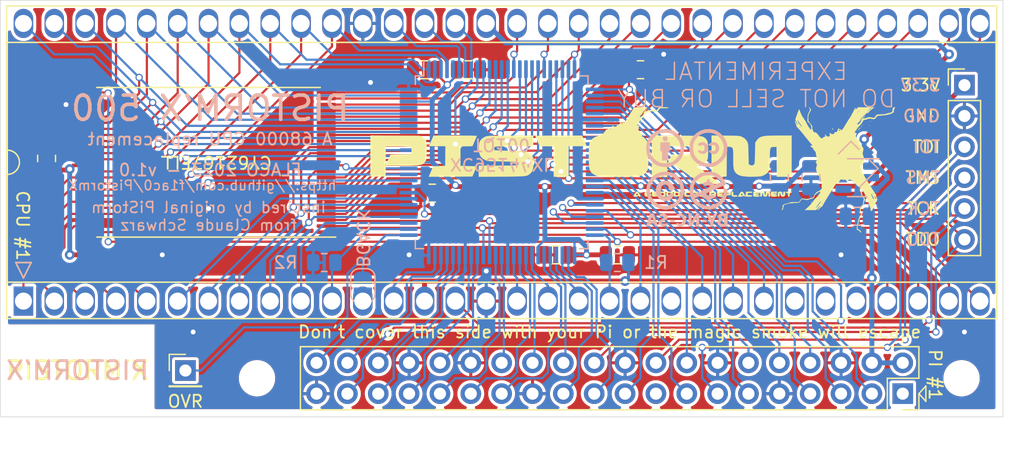
<source format=kicad_pcb>
(kicad_pcb (version 20221018) (generator pcbnew)
  (title_block (title "PiStorm'X 500") (date "2023-04-18") (rev "1.0") (company "FLACO") (comment 1 "Pistorm adapter board with Xilinx CPLD") (comment 2 "DIP 68000 version") (comment 3 "with SRAM"))
  (layers (0 "F.Cu" signal) (31 "B.Cu" signal) (34 "B.Paste" user) (35 "F.Paste" user) (36 "B.SilkS" user "B.Silkscreen") (37 "F.SilkS" user "F.Silkscreen") (38 "B.Mask" user) (39 "F.Mask" user) (44 "Edge.Cuts" user))
  (net 0 "")
  (net 1 "GND")
  (net 2 "+5V")
  (net 3 "+3.3V")
  (net 4 "/D5")
  (net 5 "/A4")
  (net 6 "/D6")
  (net 7 "/A3")
  (net 8 "/D7")
  (net 9 "/A2")
  (net 10 "/D8")
  (net 11 "/A1")
  (net 12 "/D9")
  (net 13 "/_BG")
  (net 14 "/D10")
  (net 15 "/_BGACK")
  (net 16 "/D11")
  (net 17 "/_BR")
  (net 18 "/D12")
  (net 19 "/_IPL0")
  (net 20 "/D13")
  (net 21 "/_IPL1")
  (net 22 "/D14")
  (net 23 "/_IPL2")
  (net 24 "/D15")
  (net 25 "/_BERR")
  (net 26 "/_VPA")
  (net 27 "/A23")
  (net 28 "/E")
  (net 29 "/A22")
  (net 30 "/_VMA")
  (net 31 "/A21")
  (net 32 "/_RST")
  (net 33 "/_HALT")
  (net 34 "/A20")
  (net 35 "/A19")
  (net 36 "/CLK7")
  (net 37 "/A18")
  (net 38 "/A17")
  (net 40 "/A16")
  (net 42 "/A15")
  (net 44 "/A14")
  (net 45 "/_DTACK")
  (net 46 "/A13")
  (net 47 "/RW")
  (net 48 "/A12")
  (net 49 "/_LDS")
  (net 50 "/A11")
  (net 51 "/_UDS")
  (net 52 "/A10")
  (net 53 "/_AS")
  (net 54 "/A9")
  (net 55 "/D0")
  (net 56 "/A8")
  (net 57 "/D1")
  (net 58 "/A7")
  (net 59 "/D2")
  (net 60 "/A6")
  (net 61 "/D3")
  (net 62 "/A5")
  (net 63 "/D4")
  (net 64 "/SD13")
  (net 65 "/SD12")
  (net 66 "/TCK")
  (net 67 "/SD8")
  (net 68 "/SD11")
  (net 69 "/SD5")
  (net 70 "/SD4")
  (net 71 "/PI_RD")
  (net 72 "/PI_RESET")
  (net 73 "/PI_IPL_0")
  (net 74 "/PI_TXN_IN_PROCESS")
  (net 75 "/PI_WR")
  (net 76 "/SD0")
  (net 77 "/SD3")
  (net 78 "/TDO")
  (net 79 "/SD1")
  (net 80 "/SD2")
  (net 81 "/TMS")
  (net 83 "/SD15")
  (net 84 "/SD14")
  (net 85 "/TDI")
  (net 86 "/SD10")
  (net 87 "/SD9")
  (net 88 "/SD7")
  (net 89 "/SD6")
  (net 90 "/PI_CLK")
  (net 91 "/PI_A1")
  (net 92 "/PI_A0")
  (net 93 "/OPT_PIN")
  (net 94 "/RAMCE")
  (footprint "Capacitor_SMD:C_0805_2012Metric" (layer "F.Cu") (at 205.74 105.41)
    (fp_text reference "C4" hide)
    (fp_text value "100n")
  )
  (footprint "Connector_PinSocket_2.54mm:PinSocket_2x20_P2.54mm_Vertical" (layer "F.Cu") (at 227.33 132.08 -90)
    (fp_text reference "J2" hide)
    (fp_text value "Raspberry_Pi_2_3")
  )
  (footprint "Connector_PinHeader_2.54mm:PinHeader_1x06_P2.54mm_Vertical" (layer "F.Cu") (at 232.41 106.68)
    (fp_text reference "J3" hide)
    (fp_text value "PROG")
  )
  (footprint "MountingHole:MountingHole_2.5mm" (layer "F.Cu") (at 174.17 130.81)
    (fp_text reference "H2" hide)
    (fp_text value "MountingHole")
  )
  (footprint "MountingHole:MountingHole_2.5mm" (layer "F.Cu") (at 232.17 130.81)
    (fp_text reference "H1" hide)
    (fp_text value "MountingHole")
  )
  (footprint "Sassa:DIP-64_W22.86mm_BigPads1.4" (layer "F.Cu") (at 154.94 124.46 90)
    (fp_text reference "J1" hide)
    (fp_text value "68000D socket")
  )
  (footprint "Capacitor_SMD:C_0805_2012Metric" (layer "F.Cu") (at 191.5795 105.41)
    (fp_text reference "C3" hide)
    (fp_text value "100n")
  )
  (footprint "Capacitor_SMD:C_0805_2012Metric" (layer "F.Cu") (at 198.755 120.65 180)
    (fp_text reference "C7" hide)
    (fp_text value "100n")
  )
  (footprint "Capacitor_SMD:C_0805_2012Metric" (layer "F.Cu") (at 188.595 115.57 180)
    (fp_text reference "C8" hide)
    (fp_text value "100n")
  )
  (footprint "Capacitor_SMD:C_0805_2012Metric" (layer "F.Cu") (at 203.835 120.65)
    (fp_text reference "C6" hide)
    (fp_text value "100n")
  )
  (footprint "Sassa:PIC_PistormX_43x10mm" (layer "F.Cu") (at 203.510916 114.028671)
    (fp_text reference "FID1" hide)
    (fp_text value "Logo" hide)
  )
  (footprint "Capacitor_SMD:C_0805_2012Metric" (layer "F.Cu") (at 187.96 105.41 180)
    (fp_text reference "C9" hide)
    (fp_text value "100n")
  )
  (footprint "Connector_PinHeader_2.54mm:PinHeader_1x01_P2.54mm_Vertical" (layer "F.Cu") (at 168.275 130.175)
    (fp_text reference "J4" hide)
    (fp_text value "OVR")
  )
  (footprint "Capacitor_SMD:C_0805_2012Metric" (layer "F.Cu") (at 156.845 112.715 90)
    (fp_text reference "C10" hide)
    (fp_text value "100n")
  )
  (footprint "Package_SO:TSOP-I-48_18.4x12mm_P0.5mm" (layer "F.Cu") (at 170.18 113.03 180)
    (fp_text reference "U4" hide)
    (fp_text value "CY62177ESL-55ZXI")
  )
  (footprint "Capacitor_SMD:C_0805_2012Metric" (layer "B.Cu") (at 217.17 114.3 90)
    (fp_text reference "C5" hide)
    (fp_text value "100n")
  )
  (footprint "Resistor_SMD:R_0805_2012Metric" (layer "B.Cu") (at 203.835 121.285 180)
    (fp_text reference "R1")
    (fp_text value "10k")
  )
  (footprint "Package_QFP:TQFP-100_14x14mm_P0.5mm" (layer "B.Cu") (at 194.31 113.03 -90)
    (fp_text reference "U1" hide)
    (fp_text value "XC95144XL-TQ100")
  )
  (footprint "Capacitor_SMD:C_0805_2012Metric" (layer "B.Cu") (at 223.5835 117.473836 180)
    (fp_text reference "C1" hide)
    (fp_text value "10u")
  )
  (footprint "Package_TO_SOT_SMD:SOT-23-5" (layer "B.Cu") (at 223.5835 114.298836 180)
    (fp_text reference "U2" hide)
    (fp_text value "SPX3819M5-L-3-3")
  )
  (footprint "Sassa:SOT-23" (layer "B.Cu") (at 223.647 112.965336 45)
    (fp_text reference "U3" hide)
    (fp_text value "XC6206PxxxMR")
  )
  (footprint "Capacitor_SMD:C_0805_2012Metric" (layer "B.Cu") (at 219.7735 114.298836 -90)
    (fp_text reference "C2" hide)
    (fp_text value "10u")
  )
  (footprint "Sassa:CC_BY_NC_SA_square_silkscreen" (layer "B.Cu") (at 209.55 114.3 180)
    (fp_text reference "FID2" hide)
    (fp_text value "License" hide)
  )
  (footprint "Resistor_SMD:R_0805_2012Metric" (layer "B.Cu") (at 179.705 121.285 180)
    (fp_text reference "R2")
    (fp_text value "10k")
  )
  (footprint "Jumper:SolderJumper-2_P1.3mm_Open_RoundedPad1.0x1.5mm" (layer "B.Cu") (at 182.88 123.19 -90)
    (fp_text reference "JP2" hide)
    (fp_text value "BGACK")
  )
  (gr_line (start 154.305 121.285) (end 154.94 122.555) (stroke (width 0.12)) (layer "B.SilkS"))
  (gr_line (start 154.94 122.555) (end 155.575 121.285) (stroke (width 0.12)) (layer "B.SilkS"))
  (gr_line (start 155.575 121.285) (end 154.305 121.285) (stroke (width 0.12)) (layer "B.SilkS"))
  (gr_line (start 155.575 121.285) (end 154.305 121.285) (stroke (width 0.12)) (layer "F.SilkS"))
  (gr_line (start 154.305 121.285) (end 154.94 122.555) (stroke (width 0.12)) (layer "F.SilkS"))
  (gr_line (start 228.66 132.08) (end 229.235 131.445) (stroke (width 0.12)) (layer "F.SilkS"))
  (gr_line (start 229.235 132.715) (end 228.66 132.08) (stroke (width 0.12)) (layer "F.SilkS"))
  (gr_line (start 154.94 122.555) (end 155.575 121.285) (stroke (width 0.12)) (layer "F.SilkS"))
  (gr_line (start 229.235 131.445) (end 229.235 132.715) (stroke (width 0.12)) (layer "F.SilkS"))
  (gr_line (start 153.035 133.985) (end 235.585 133.985) (stroke (width 0.05)) (layer "Edge.Cuts"))
  (gr_line (start 235.585 133.985) (end 235.585 99.695) (stroke (width 0.05)) (layer "Edge.Cuts"))
  (gr_line (start 235.585 99.695) (end 153.035 99.695) (stroke (width 0.05)) (layer "Edge.Cuts"))
  (gr_line (start 153.035 99.695) (end 153.035 133.985) (stroke (width 0.05)) (layer "Edge.Cuts"))
  (gr_text "inspired by original PiStorm\nfrom Claude Schwarz" (at 170.18 117.475) (layer "B.SilkS") (effects (font (size 0.9 0.9) (thickness 0.13)) (justify mirror)))
  (gr_text "TMS" (at 230.505 114.3) (layer "B.SilkS") (effects (font (size 1 1)) (justify left mirror)))
  (gr_text "https://github.com/f1ac0/PistormX" (at 169.675 114.935) (layer "B.SilkS") (effects (font (size 0.8 0.8) (thickness 0.12)) (justify mirror)))
  (gr_text "GND" (at 230.505 109.22) (layer "B.SilkS") (effects (font (size 1 1)) (justify left mirror)))
  (gr_text "BGACK" (at 182.88 121.79 270) (layer "B.SilkS") (effects (font (size 1 1)) (justify left mirror)))
  (gr_text "TCK" (at 230.505 116.84) (layer "B.SilkS") (effects (font (size 1 1)) (justify left mirror)))
  (gr_text "EXPERIMENTAL\nDO NOT SELL OR BUY" (at 215.265 106.68) (layer "B.SilkS") (effects (font (size 1.4 1.4) (thickness 0.12)) (justify mirror)))
  (gr_text "XC95144XL\nTQ100" (at 194.31 112.395 180) (layer "B.SilkS") (effects (font (size 1 1)) (justify mirror)))
  (gr_text "FLACO 2023 - v1.0" (at 162.69 113.665) (layer "B.SilkS") (effects (font (size 1 1)) (justify right mirror)))
  (gr_text "TDO" (at 230.505 119.38) (layer "B.SilkS") (effects (font (size 1 1)) (justify left mirror)))
  (gr_text "PISTORM'X" (at 159.385 130.175) (layer "B.SilkS") (effects (font (size 1.5 1.5) (thickness 0.22)) (justify mirror)))
  (gr_text "3.3V" (at 230.505 106.68) (layer "B.SilkS") (effects (font (size 1 1)) (justify left mirror)))
  (gr_text "TDI" (at 230.505 111.76) (layer "B.SilkS") (effects (font (size 1 1)) (justify left mirror)))
  (gr_text "PISTORM'X 500" (at 170.31 108.585) (layer "B.SilkS") (effects (font (size 2 2) (thickness 0.3)) (justify mirror)))
  (gr_text "A 68000 CPU replacement" (at 170.31 111.125) (layer "B.SilkS") (effects (font (size 1 1)) (justify mirror)))
  (gr_text "CPU #1" (at 154.8765 121.2215 -90) (layer "F.SilkS") (effects (font (size 1 1)) (justify right)))
  (gr_text "PI #1" (at 229.997 132.715 270) (layer "F.SilkS") (effects (font (size 1 1)) (justify right)))
  (gr_text "CY62167ELL" (at 170.815 113.03 180) (layer "F.SilkS") (effects (font (size 1 1))))
  (gr_text "TCK" (at 230.505 116.84) (layer "F.SilkS") (effects (font (size 1 1)) (justify right)))
  (gr_text "TDO" (at 230.505 119.38) (layer "F.SilkS") (effects (font (size 1 1)) (justify right)))
  (gr_text "TDI" (at 230.505 111.76) (layer "F.SilkS") (effects (font (size 1 1)) (justify right)))
  (gr_text "3.3V" (at 230.505 106.68) (layer "F.SilkS") (effects (font (size 1 1)) (justify right)))
  (gr_text "Don't cover this side with your Pi or the magic smoke will escape" (at 203.2 127) (layer "F.SilkS") (effects (font (size 1 1))))
  (gr_text "PISTORM'X" (at 159.385 130.175) (layer "F.SilkS") (effects (font (size 1.5 1.5) (thickness 0.22))))
  (gr_text "OVR" (at 168.275 132.715) (layer "F.SilkS") (effects (font (size 1 1))))
  (gr_text "TMS" (at 230.505 114.3) (layer "F.SilkS") (effects (font (size 1 1)) (justify right)))
  (gr_text "GND" (at 230.505 109.22) (layer "F.SilkS") (effects (font (size 1 1)) (justify right)))
  (segment (start 158.445 108.28) (end 158.945 107.78) (width 0.18) (layer "F.Cu") (net 1))
  (segment (start 158.445 108.28) (end 158.945 108.78) (width 0.18) (layer "F.Cu") (net 1))
  (segment (start 166.25707 117.78) (end 160.4925 117.78) (width 0.3) (layer "F.Cu") (net 1))
  (segment (start 158.445 108.28) (end 160.4925 108.28) (width 0.3) (layer "F.Cu") (net 1))
  (segment (start 158.945 108.78) (end 160.4925 108.78) (width 0.18) (layer "F.Cu") (net 1))
  (segment (start 158.945 107.78) (end 160.4925 107.78) (width 0.18) (layer "F.Cu") (net 1))
  (via (at 168.91 127) (size 0.8) (drill 0.4) (layers "F.Cu" "B.Cu") (net 1))
  (via (at 232.41 127) (size 0.8) (drill 0.4) (layers "F.Cu" "B.Cu") (net 1))
  (via (at 193.04 121.9835) (size 0.6) (drill 0.4) (layers "F.Cu" "B.Cu") (net 1))
  (via (at 188.595 116.459) (size 0.6) (drill 0.4) (layers "F.Cu" "B.Cu") (net 1))
  (via (at 183.515 106.458535) (size 0.8) (drill 0.4) (layers "F.Cu" "B.Cu") (net 1))
  (via (at 186.69 120.65) (size 0.8) (drill 0.4) (layers "F.Cu" "B.Cu") (net 1))
  (via (at 170.18 116.84) (size 0.8) (drill 0.4) (layers "F.Cu" "B.Cu") (net 1))
  (via (at 207.645 104.14) (size 0.8) (drill 0.4) (layers "F.Cu" "B.Cu") (net 1))
  (via (at 158.445 108.28) (size 0.8) (drill 0.4) (layers "F.Cu" "B.Cu") (net 1))
  (via (at 166.37 120.65) (size 0.8) (drill 0.4) (layers "F.Cu" "B.Cu") (net 1))
  (via (at 222.25 120.65) (size 0.8) (drill 0.4) (layers "F.Cu" "B.Cu") (net 1))
  (segment (start 194.691 116.0145) (end 194.691 116.459) (width 0.3) (layer "B.Cu") (net 1))
  (segment (start 223.657003 114.298836) (end 223.5835 114.372339) (width 0.4) (layer "B.Cu") (net 1))
  (segment (start 198.12 112.5855) (end 194.691 116.0145) (width 0.3) (layer "B.Cu") (net 1))
  (segment (start 187.8645 115.03) (end 188.595 115.7605) (width 0.18) (layer "B.Cu") (net 1))
  (segment (start 201.9725 109.53) (end 200.477 109.53) (width 0.3) (layer "B.Cu") (net 1))
  (segment (start 223.5835 114.372339) (end 223.5835 116.1415) (width 0.4) (layer "B.Cu") (net 1))
  (segment (start 198.12 106.8705) (end 198.12 112.5855) (width 0.3) (layer "B.Cu") (net 1))
  (segment (start 188.31 119.03) (end 188.31 120.6925) (width 0.18) (layer "B.Cu") (net 1))
  (segment (start 200.9295 116.03) (end 201.9725 116.03) (width 0.3) (layer "B.Cu") (net 1))
  (segment (start 186.6475 115.03) (end 184.436 115.03) (width 0.18) (layer "B.Cu") (net 1))
  (segment (start 223.611645 112.931145) (end 223.2025 112.522) (width 0.4) (layer "B.Cu") (net 1))
  (segment (start 191.31 119.555) (end 190.5 118.745) (width 0.18) (layer "B.Cu") (net 1))
  (segment (start 184.086465 107.03) (end 186.6475 107.03) (width 0.18) (layer "B.Cu") (net 1))
  (segment (start 183.515 106.458535) (end 184.086465 107.03) (width 0.18) (layer "B.Cu") (net 1))
  (segment (start 223.611645 114.344194) (end 221.659194 114.344194) (width 0.4) (layer "B.Cu") (net 1))
  (segment (start 186.6475 115.03) (end 187.8645 115.03) (width 0.18) (layer "B.Cu") (net 1))
  (segment (start 188.595 115.7605) (end 188.595 118.745) (width 0.18) (layer "B.Cu") (net 1))
  (segment (start 188.595 118.745) (end 188.31 119.03) (width 0.18) (layer "B.Cu") (net 1))
  (segment (start 194.81 120.6925) (end 194.81 116.578) (width 0.18) (layer "B.Cu") (net 1))
  (segment (start 198.31 105.3675) (end 198.31 106.6805) (width 0.3) (layer "B.Cu") (net 1))
  (segment (start 224.721 114.298836) (end 223.657003 114.298836) (width 0.4) (layer "B.Cu") (net 1))
  (segment (start 194.691 116.459) (end 188.595 116.459) (width 0.18) (layer "B.Cu") (net 1))
  (segment (start 200.477 109.53) (end 200.4695 109.5375) (width 0.3) (layer "B.Cu") (net 1))
  (segment (start 191.31 120.6925) (end 191.31 119.555) (width 0.18) (layer "B.Cu") (net 1))
  (segment (start 190.5 118.745) (end 188.595 118.745) (width 0.18) (layer "B.Cu") (net 1))
  (segment (start 198.31 106.6805) (end 198.12 106.8705) (width 0.3) (layer "B.Cu") (net 1))
  (segment (start 194.81 116.578) (end 194.691 116.459) (width 0.18) (layer "B.Cu") (net 1))
  (segment (start 223.611645 114.344194) (end 223.611645 112.931145) (width 0.4) (layer "B.Cu") (net 1))
  (segment (start 200.4695 115.57) (end 200.9295 116.03) (width 0.3) (layer "B.Cu") (net 1))
  (segment (start 200.4695 109.5375) (end 200.4695 115.57) (width 0.3) (layer "B.Cu") (net 1))
  (segment (start 159.0605 113.28) (end 160.4925 113.28) (width 0.3) (layer "F.Cu") (net 2))
  (segment (start 187.689 122.809) (end 204.47 122.809) (width 0.4) (layer "F.Cu") (net 2))
  (segment (start 159.134406 118.28) (end 160.4925 118.28) (width 0.18) (layer "F.Cu") (net 2))
  (segment (start 158.6755 113.665) (end 156.845 113.665) (width 0.4) (layer "F.Cu") (net 2))
  (segment (start 158.75 120.65) (end 158.75 118.664406) (width 0.18) (layer "F.Cu") (net 2))
  (segment (start 187.96 124.46) (end 187.96 122.809) (width 0.4) (layer "F.Cu") (net 2))
  (segment (start 158.75 118.664406) (end 159.134406 118.28) (width 0.18) (layer "F.Cu") (net 2))
  (segment (start 158.75 120.65) (end 163.207415 120.65) (width 0.4) (layer "F.Cu") (net 2))
  (segment (start 165.366415 122.809) (end 187.689 122.809) (width 0.4) (layer "F.Cu") (net 2))
  (segment (start 163.207415 120.65) (end 165.366415 122.809) (width 0.4) (layer "F.Cu") (net 2))
  (segment (start 158.75 113.5905) (end 158.6755 113.665) (width 0.4) (layer "F.Cu") (net 2))
  (segment (start 231.14 104.14) (end 224.155 111.125) (width 0.4) (layer "F.Cu") (net 2))
  (segment (start 224.79 122.555) (end 224.536 122.809) (width 0.4) (layer "F.Cu") (net 2))
  (segment (start 224.536 122.809) (end 204.47 122.809) (width 0.4) (layer "F.Cu") (net 2))
  (segment (start 158.75 113.5905) (end 159.0605 113.28) (width 0.3) (layer "F.Cu") (net 2))
  (via (at 224.79 122.555) (size 0.8) (drill 0.4) (layers "F.Cu" "B.Cu") (net 2))
  (via (at 204.47 122.809) (size 0.8) (drill 0.4) (layers "F.Cu" "B.Cu") (net 2))
  (via (at 158.75 113.5905) (size 0.8) (drill 0.4) (layers "F.Cu" "B.Cu") (net 2))
  (via (at 224.155 111.125) (size 0.8) (drill 0.4) (layers "F.Cu" "B.Cu") (net 2))
  (via (at 158.75 120.65) (size 0.8) (drill 0.4) (layers "F.Cu" "B.Cu") (net 2))
  (via (at 231.14 104.14) (size 0.8) (drill 0.4) (layers "F.Cu" "B.Cu") (net 2))
  (segment (start 224.79 122.555) (end 224.79 129.54) (width 0.4) (layer "B.Cu") (net 2))
  (segment (start 224.721 113.348836) (end 225.211317 113.348836) (width 0.4) (layer "B.Cu") (net 2))
  (segment (start 224.79 122.555) (end 224.79 117.730336) (width 0.4) (layer "B.Cu") (net 2))
  (segment (start 230.2 103.2) (end 194.64 103.2) (width 0.4) (layer "B.Cu") (net 2))
  (segment (start 224.721 117.286336) (end 224.5335 117.473836) (width 0.4) (layer "B.Cu") (net 2))
  (segment (start 194.64 103.2) (end 193.04 101.6) (width 0.4) (layer "B.Cu") (net 2))
  (segment (start 224.79 129.54) (end 227.33 129.54) (width 0.4) (layer "B.Cu") (net 2))
  (segment (start 226.06 114.400153) (end 225.211317 115.248836) (width 0.4) (layer "B.Cu") (net 2))
  (segment (start 204.7475 121.285) (end 204.7475 122.5315) (width 0.25) (layer "B.Cu") (net 2))
  (segment (start 224.155 112.059122) (end 224.155 111.125) (width 0.4) (layer "B.Cu") (net 2))
  (segment (start 231.14 104.14) (end 230.2 103.2) (width 0.4) (layer "B.Cu") (net 2))
  (segment (start 158.75 113.5905) (end 158.75 120.65) (width 0.4) (layer "B.Cu") (net 2))
  (segment (start 226.06 114.197519) (end 226.06 114.400153) (width 0.4) (layer "B.Cu") (net 2))
  (segment (start 225.211317 115.248836) (end 224.721 115.248836) (width 0.4) (layer "B.Cu") (net 2))
  (segment (start 224.79 117.730336) (end 224.5335 117.473836) (width 0.4) (layer "B.Cu") (net 2))
  (segment (start 225.211317 113.348836) (end 226.06 114.197519) (width 0.4) (layer "B.Cu") (net 2))
  (segment (start 224.721 113.348836) (end 224.721 112.625122) (width 0.4) (layer "B.Cu") (net 2))
  (segment (start 224.721 115.248836) (end 224.721 117.286336) (width 0.4) (layer "B.Cu") (net 2))
  (segment (start 204.7475 122.5315) (end 204.47 122.809) (width 0.25) (layer "B.Cu") (net 2))
  (segment (start 224.354107 112.258229) (end 224.155 112.059122) (width 0.4) (layer "B.Cu") (net 2))
  (segment (start 224.721 112.625122) (end 224.354107 112.258229) (width 0.4) (layer "B.Cu") (net 2))
  (segment (start 190.5 114.921) (end 190.194 114.921) (width 0.4) (layer "F.Cu") (net 3))
  (segment (start 197.866 115.0315) (end 215.4835 115.0315) (width 0.4) (layer "F.Cu") (net 3))
  (segment (start 204.79 106.986398) (end 204.833602 107.03) (width 0.18) (layer "F.Cu") (net 3))
  (segment (start 199.705 120.65) (end 201.295 120.65) (width 0.4) (layer "F.Cu") (net 3))
  (segment (start 215.5145 115.0005) (end 224.0895 115.0005) (width 0.4) (layer "F.Cu") (net 3))
  (segment (start 204.79 105.41) (end 204.79 106.986398) (width 0.18) (layer "F.Cu") (net 3))
  (segment (start 202.885 120.65) (end 201.295 120.65) (width 0.4) (layer "F.Cu") (net 3))
  (segment (start 190.6105 115.0315) (end 190.5 114.921) (width 0.4) (layer "F.Cu") (net 3))
  (segment (start 190.194 114.921) (end 189.545 115.57) (width 0.4) (layer "F.Cu") (net 3))
  (segment (start 197.866 115.0315) (end 190.6105 115.0315) (width 0.4) (layer "F.Cu") (net 3))
  (segment (start 190.6295 105.41) (end 190.6295 105.85398) (width 0.18) (layer "F.Cu") (net 3))
  (segment (start 190.6295 105.85398) (end 189.83424 106.64924) (width 0.18) (layer "F.Cu") (net 3))
  (segment (start 188.91 105.725) (end 189.83424 106.64924) (width 0.18) (layer "F.Cu") (net 3))
  (segment (start 215.4835 115.0315) (end 215.5145 115.0005) (width 0.4) (layer "F.Cu") (net 3))
  (segment (start 188.91 105.41) (end 188.91 105.725) (width 0.18) (layer "F.Cu") (net 3))
  (segment (start 224.0895 115.0005) (end 232.41 106.68) (width 0.4) (layer "F.Cu") (net 3))
  (via (at 189.83424 106.64924) (size 0.6) (drill 0.4) (layers "F.Cu" "B.Cu") (net 3))
  (via (at 205.762903 114.977597) (size 0.6) (drill 0.4) (layers "F.Cu" "B.Cu") (net 3))
  (via (at 204.833602 107.03) (size 0.6) (drill 0.4) (layers "F.Cu" "B.Cu") (net 3))
  (via (at 190.5 114.921) (size 0.6) (drill 0.4) (layers "F.Cu" "B.Cu") (net 3))
  (via (at 215.5145 115.0005) (size 0.6) (drill 0.4) (layers "F.Cu" "B.Cu") (net 3))
  (via (at 212.835102 115.0315) (size 0.6) (drill 0.4) (layers "F.Cu" "B.Cu") (net 3))
  (via (at 201.295 120.65) (size 0.6) (drill 0.4) (layers "F.Cu" "B.Cu") (net 3))
  (via (at 197.866 115.0315) (size 0.6) (drill 0.4) (layers "F.Cu" "B.Cu") (net 3))
  (segment (start 201.9725 107.03) (end 204.833602 107.03) (width 0.18) (layer "B.Cu") (net 3))
  (segment (start 197.897096 119.38) (end 197.31 119.967096) (width 0.18) (layer "B.Cu") (net 3))
  (segment (start 205.686097 114.977597) (end 205.762903 114.977597) (width 0.18) (layer "B.Cu") (net 3))
  (segment (start 201.9725 113.03) (end 203.7385 113.03) (width 0.18) (layer "B.Cu") (net 3))
  (segment (start 200.025 119.38) (end 197.897096 119.38) (width 0.4) (layer "B.Cu") (net 3))
  (segment (start 188.595 107.88848) (end 188.62774 107.85574) (width 0.4) (layer "B.Cu") (net 3))
  (segment (start 200.66 119.38) (end 201.295 120.015) (width 0.4) (layer "B.Cu") (net 3))
  (segment (start 200.025 119.38) (end 200.66 119.38) (width 0.4) (layer "B.Cu") (net 3))
  (segment (start 219.7735 113.348836) (end 222.446 113.348836) (width 0.4) (layer "B.Cu") (net 3))
  (segment (start 200.3525 120.65) (end 200.31 120.6925) (width 0.18) (layer "B.Cu") (net 3))
  (segment (start 186.6475 113.03) (end 188.595 113.03) (width 0.18) (layer "B.Cu") (net 3))
  (segment (start 190.31 105.3675) (end 190.31 106.17348) (width 0.18) (layer "B.Cu") (net 3))
  (segment (start 190.5 114.921) (end 188.595 113.016) (width 0.4) (layer "B.Cu") (net 3))
  (segment (start 222.446 113.178549) (end 222.268142 113.000691) (width 0.4) (layer "B.Cu") (net 3))
  (segment (start 200.31 119.665) (end 200.31 120.6925) (width 0.18) (layer "B.Cu") (net 3))
  (segment (start 215.5145 115.0005) (end 217.7395 115.0005) (width 0.4) (layer "B.Cu") (net 3))
  (segment (start 188.62774 107.85574) (end 188.45348 108.03) (width 0.18) (layer "B.Cu") (net 3))
  (segment (start 201.295 120.65) (end 200.3525 120.65) (width 0.18) (layer "B.Cu") (net 3))
  (segment (start 197.866 119.348904) (end 197.897096 119.38) (width 0.4) (layer "B.Cu") (net 3))
  (segment (start 203.7385 113.03) (end 205.686097 114.977597) (width 0.18) (layer "B.Cu") (net 3))
  (segment (start 188.595 113.016) (end 188.595 107.88848) (width 0.4) (layer "B.Cu") (net 3))
  (segment (start 222.446 113.348836) (end 222.446 113.178549) (width 0.4) (layer "B.Cu") (net 3))
  (segment (start 190.31 106.17348) (end 189.83424 106.64924) (width 0.18) (layer "B.Cu") (net 3))
  (segment (start 197.31 119.967096) (end 197.31 120.6925) (width 0.18) (layer "B.Cu") (net 3))
  (segment (start 201.295 120.015) (end 201.295 120.65) (width 0.4) (layer "B.Cu") (net 3))
  (segment (start 197.866 115.0315) (end 197.866 119.348904) (width 0.4) (layer "B.Cu") (net 3))
  (segment (start 189.83424 106.64924) (end 188.62774 107.85574) (width 0.4) (layer "B.Cu") (net 3))
  (segment (start 188.45348 108.03) (end 186.6475 108.03) (width 0.18) (layer "B.Cu") (net 3))
  (segment (start 219.391164 113.348836) (end 219.7735 113.348836) (width 0.4) (layer "B.Cu") (net 3))
  (segment (start 200.025 119.38) (end 200.31 119.665) (width 0.18) (layer "B.Cu") (net 3))
  (segment (start 212.835102 115.0315) (end 204.833602 107.03) (width 0.18) (layer "B.Cu") (net 3))
  (segment (start 217.7395 115.0005) (end 219.391164 113.348836) (width 0.4) (layer "B.Cu") (net 3))
  (segment (start 166.253052 109.674552) (end 164.147604 111.78) (width 0.18) (layer "F.Cu") (net 4))
  (segment (start 164.147604 111.78) (end 160.4925 111.78) (width 0.18) (layer "F.Cu") (net 4))
  (via (at 166.253052 109.674552) (size 0.6) (drill 0.4) (layers "F.Cu" "B.Cu") (net 4))
  (segment (start 160.7185 104.14) (end 157.48 104.14) (width 0.18) (layer "B.Cu") (net 4))
  (segment (start 157.48 104.14) (end 154.94 101.6) (width 0.18) (layer "B.Cu") (net 4))
  (segment (start 166.253052 109.674552) (end 167.6085 111.03) (width 0.18) (layer "B.Cu") (net 4))
  (segment (start 167.6085 111.03) (end 186.6475 111.03) (width 0.18) (layer "B.Cu") (net 4))
  (segment (start 166.253052 109.674552) (end 160.7185 104.14) (width 0.18) (layer "B.Cu") (net 4))
  (segment (start 227.2665 118.0465) (end 233.68 124.46) (width 0.18) (layer "F.Cu") (net 5))
  (segment (start 193.31 117.858) (end 181.978962 117.858) (width 0.18) (layer "F.Cu") (net 5))
  (segment (start 181.978962 117.858) (end 181.556962 118.28) (width 0.18) (layer "F.Cu") (net 5))
  (segment (start 181.556962 118.28) (end 179.8675 118.28) (width 0.18) (layer "F.Cu") (net 5))
  (segment (start 193.4985 118.0465) (end 227.2665 118.0465) (width 0.18) (layer "F.Cu") (net 5))
  (segment (start 193.31 117.858) (end 193.4985 118.0465) (width 0.18) (layer "F.Cu") (net 5))
  (via (at 193.31 117.858) (size 0.6) (drill 0.4) (layers "F.Cu" "B.Cu") (net 5))
  (segment (start 193.31 117.858) (end 193.31 120.6925) (width 0.18) (layer "B.Cu") (net 5))
  (segment (start 165.57625 108.10875) (end 162.905 110.78) (width 0.18) (layer "F.Cu") (net 6))
  (segment (start 162.905 110.78) (end 160.4925 110.78) (width 0.18) (layer "F.Cu") (net 6))
  (via (at 165.57625 108.10875) (size 0.6) (drill 0.4) (layers "F.Cu" "B.Cu") (net 6))
  (segment (start 160.9725 103.505) (end 167.9975 110.53) (width 0.18) (layer "B.Cu") (net 6))
  (segment (start 157.48 101.6) (end 159.385 103.505) (width 0.18) (layer "B.Cu") (net 6))
  (segment (start 159.385 103.505) (end 160.9725 103.505) (width 0.18) (layer "B.Cu") (net 6))
  (segment (start 167.9975 110.53) (end 186.6475 110.53) (width 0.18) (layer "B.Cu") (net 6))
  (segment (start 181.629028 118.78) (end 179.8675 118.78) (width 0.18) (layer "F.Cu") (net 7))
  (segment (start 231.14 123.08) (end 231.14 124.46) (width 0.18) (layer "F.Cu") (net 7))
  (segment (start 192.7225 118.4275) (end 181.981528 118.4275) (width 0.18) (layer "F.Cu") (net 7))
  (segment (start 192.7225 118.4275) (end 226.4875 118.4275) (width 0.18) (layer "F.Cu") (net 7))
  (segment (start 181.981528 118.4275) (end 181.629028 118.78) (width 0.18) (layer "F.Cu") (net 7))
  (segment (start 226.4875 118.4275) (end 231.14 123.08) (width 0.18) (layer "F.Cu") (net 7))
  (via (at 192.7225 118.4275) (size 0.6) (drill 0.4) (layers "F.Cu" "B.Cu") (net 7))
  (segment (start 192.7225 118.4275) (end 192.81 118.515) (width 0.18) (layer "B.Cu") (net 7))
  (segment (start 192.81 118.515) (end 192.81 120.6925) (width 0.18) (layer "B.Cu") (net 7))
  (segment (start 162.03175 109.78) (end 160.4925 109.78) (width 0.18) (layer "F.Cu") (net 8))
  (segment (start 164.465 107.34675) (end 162.03175 109.78) (width 0.18) (layer "F.Cu") (net 8))
  (segment (start 164.465 106.045) (end 164.465 107.34675) (width 0.18) (layer "F.Cu") (net 8))
  (via (at 164.465 106.045) (size 0.6) (drill 0.4) (layers "F.Cu" "B.Cu") (net 8))
  (segment (start 160.02 101.6) (end 168.45 110.03) (width 0.18) (layer "B.Cu") (net 8))
  (segment (start 168.45 110.03) (end 186.6475 110.03) (width 0.18) (layer "B.Cu") (net 8))
  (segment (start 204.9145 119.001) (end 225.046 119.001) (width 0.18) (layer "F.Cu") (net 9))
  (segment (start 225.046 119.001) (end 228.6 122.555) (width 0.18) (layer "F.Cu") (net 9))
  (segment (start 228.6 122.555) (end 228.6 124.46) (width 0.18) (layer "F.Cu") (net 9))
  (segment (start 181.989 119.001) (end 181.79 119.2) (width 0.18) (layer "F.Cu") (net 9))
  (segment (start 162.722 118.78) (end 160.4925 118.78) (width 0.18) (layer "F.Cu") (net 9))
  (segment (start 163.142 119.2) (end 162.722 118.78) (width 0.18) (layer "F.Cu") (net 9))
  (segment (start 181.79 119.2) (end 163.142 119.2) (width 0.18) (layer "F.Cu") (net 9))
  (segment (start 204.9145 119.001) (end 181.989 119.001) (width 0.18) (layer "F.Cu") (net 9))
  (via (at 204.9145 119.001) (size 0.6) (drill 0.4) (layers "F.Cu" "B.Cu") (net 9))
  (segment (start 202.9435 117.03) (end 201.9725 117.03) (width 0.18) (layer "B.Cu") (net 9))
  (segment (start 204.9145 119.001) (end 202.9435 117.03) (width 0.18) (layer "B.Cu") (net 9))
  (segment (start 162.56 108.48975) (end 161.76975 109.28) (width 0.18) (layer "F.Cu") (net 10))
  (segment (start 161.76975 109.28) (end 160.4925 109.28) (width 0.18) (layer "F.Cu") (net 10))
  (segment (start 162.56 101.6) (end 162.56 108.48975) (width 0.18) (layer "F.Cu") (net 10))
  (segment (start 162.56 101.6) (end 170.49 109.53) (width 0.18) (layer "B.Cu") (net 10))
  (segment (start 170.49 109.53) (end 186.6475 109.53) (width 0.18) (layer "B.Cu") (net 10))
  (segment (start 161.846604 107.28) (end 160.4925 107.28) (width 0.18) (layer "F.Cu") (net 11))
  (segment (start 203.835 119.5705) (end 223.7105 119.5705) (width 0.18) (layer "F.Cu") (net 11))
  (segment (start 161.903299 107.336695) (end 161.846604 107.28) (width 0.18) (layer "F.Cu") (net 11))
  (segment (start 161.925 119.5705) (end 203.835 119.5705) (width 0.18) (layer "F.Cu") (net 11))
  (segment (start 226.06 121.92) (end 226.06 124.46) (width 0.18) (layer "F.Cu") (net 11))
  (segment (start 223.7105 119.5705) (end 226.06 121.92) (width 0.18) (layer "F.Cu") (net 11))
  (via (at 161.925 119.5705) (size 0.6) (drill 0.4) (layers "F.Cu" "B.Cu") (net 11))
  (via (at 161.903299 107.336695) (size 0.6) (drill 0.4) (layers "F.Cu" "B.Cu") (net 11))
  (via (at 203.835 119.5705) (size 0.6) (drill 0.4) (layers "F.Cu" "B.Cu") (net 11))
  (segment (start 203.835 119.5705) (end 203.835 119.505884) (width 0.18) (layer "B.Cu") (net 11))
  (segment (start 202.859116 118.53) (end 201.9725 118.53) (width 0.18) (layer "B.Cu") (net 11))
  (segment (start 161.925 119.5705) (end 161.925 107.358396) (width 0.18) (layer "B.Cu") (net 11))
  (segment (start 161.925 107.358396) (end 161.903299 107.336695) (width 0.18) (layer "B.Cu") (net 11))
  (segment (start 203.835 119.505884) (end 202.859116 118.53) (width 0.18) (layer "B.Cu") (net 11))
  (segment (start 165.1 101.6) (end 165.1 107.47375) (width 0.18) (layer "F.Cu") (net 12))
  (segment (start 162.29375 110.28) (end 160.4925 110.28) (width 0.18) (layer "F.Cu") (net 12))
  (segment (start 165.1 107.47375) (end 162.29375 110.28) (width 0.18) (layer "F.Cu") (net 12))
  (segment (start 172.53 109.03) (end 186.6475 109.03) (width 0.18) (layer "B.Cu") (net 12))
  (segment (start 165.1 101.6) (end 172.53 109.03) (width 0.18) (layer "B.Cu") (net 12))
  (segment (start 180.34 121.5625) (end 183.3725 118.53) (width 0.18) (layer "B.Cu") (net 13))
  (segment (start 180.34 124.46) (end 180.34 121.5625) (width 0.18) (layer "B.Cu") (net 13))
  (segment (start 183.3725 118.53) (end 186.6475 118.53) (width 0.18) (layer "B.Cu") (net 13))
  (segment (start 167.64 107.315) (end 163.675 111.28) (width 0.18) (layer "F.Cu") (net 14))
  (segment (start 167.64 101.6) (end 167.64 107.315) (width 0.18) (layer "F.Cu") (net 14))
  (segment (start 163.675 111.28) (end 160.4925 111.28) (width 0.18) (layer "F.Cu") (net 14))
  (segment (start 174.57 108.53) (end 186.6475 108.53) (width 0.18) (layer "B.Cu") (net 14))
  (segment (start 167.64 101.6) (end 174.57 108.53) (width 0.18) (layer "B.Cu") (net 14))
  (segment (start 164.453 112.28) (end 160.4925 112.28) (width 0.18) (layer "F.Cu") (net 16))
  (segment (start 170.18 101.6) (end 170.18 106.553) (width 0.18) (layer "F.Cu") (net 16))
  (segment (start 170.18 106.553) (end 164.453 112.28) (width 0.18) (layer "F.Cu") (net 16))
  (segment (start 176.11 107.53) (end 170.18 101.6) (width 0.18) (layer "B.Cu") (net 16))
  (segment (start 186.6475 107.53) (end 176.11 107.53) (width 0.18) (layer "B.Cu") (net 16))
  (segment (start 186.521 122.089) (end 185.42 123.19) (width 0.18) (layer "B.Cu") (net 17))
  (segment (start 185.42 123.19) (end 185.42 124.46) (width 0.18) (layer "B.Cu") (net 17))
  (segment (start 188.551884 122.089) (end 186.521 122.089) (width 0.18) (layer "B.Cu") (net 17))
  (segment (start 188.81 120.6925) (end 188.81 121.830884) (width 0.18) (layer "B.Cu") (net 17))
  (segment (start 188.81 121.830884) (end 188.551884 122.089) (width 0.18) (layer "B.Cu") (net 17))
  (segment (start 164.604 113.78) (end 160.4925 113.78) (width 0.18) (layer "F.Cu") (net 18))
  (segment (start 172.72 101.6) (end 172.72 105.664) (width 0.18) (layer "F.Cu") (net 18))
  (segment (start 172.72 105.664) (end 164.604 113.78) (width 0.18) (layer "F.Cu") (net 18))
  (segment (start 172.72 101.6) (end 176.0855 104.9655) (width 0.18) (layer "B.Cu") (net 18))
  (segment (start 188.595 106.426) (end 188.81 106.211) (width 0.18) (layer "B.Cu") (net 18))
  (segment (start 188.087 106.426) (end 188.595 106.426) (width 0.18) (layer "B.Cu") (net 18))
  (segment (start 186.6265 104.9655) (end 188.087 106.426) (width 0.18) (layer "B.Cu") (net 18))
  (segment (start 188.81 106.211) (end 188.81 105.3675) (width 0.18) (layer "B.Cu") (net 18))
  (segment (start 176.0855 104.9655) (end 186.6265 104.9655) (width 0.18) (layer "B.Cu") (net 18))
  (segment (start 204.383558 110.53) (end 201.9725 110.53) (width 0.18) (layer "B.Cu") (net 19))
  (segment (start 215.9 124.46) (end 215.9 122.046442) (width 0.18) (layer "B.Cu") (net 19))
  (segment (start 215.9 122.046442) (end 204.383558 110.53) (width 0.18) (layer "B.Cu") (net 19))
  (segment (start 175.26 104.775) (end 165.255 114.78) (width 0.18) (layer "F.Cu") (net 20))
  (segment (start 165.255 114.78) (end 160.4925 114.78) (width 0.18) (layer "F.Cu") (net 20))
  (segment (start 175.26 101.6) (end 175.26 104.775) (width 0.18) (layer "F.Cu") (net 20))
  (segment (start 187.79625 105.3675) (end 188.31 105.3675) (width 0.18) (layer "B.Cu") (net 20))
  (segment (start 178.2445 104.5845) (end 187.01325 104.5845) (width 0.18) (layer "B.Cu") (net 20))
  (segment (start 187.01325 104.5845) (end 187.79625 105.3675) (width 0.18) (layer "B.Cu") (net 20))
  (segment (start 175.26 101.6) (end 178.2445 104.5845) (width 0.18) (layer "B.Cu") (net 20))
  (segment (start 204.24 111.53) (end 201.9725 111.53) (width 0.18) (layer "B.Cu") (net 21))
  (segment (start 213.36 124.46) (end 213.36 120.65) (width 0.18) (layer "B.Cu") (net 21))
  (segment (start 213.36 120.65) (end 204.24 111.53) (width 0.18) (layer "B.Cu") (net 21))
  (segment (start 177.8 104.14) (end 166.16 115.78) (width 0.18) (layer "F.Cu") (net 22))
  (segment (start 177.8 101.6) (end 177.8 104.14) (width 0.18) (layer "F.Cu") (net 22))
  (segment (start 166.16 115.78) (end 160.4925 115.78) (width 0.18) (layer "F.Cu") (net 22))
  (segment (start 189.31 105.3675) (end 189.31 104.642096) (width 0.18) (layer "B.Cu") (net 22))
  (segment (start 188.871404 104.2035) (end 180.4035 104.2035) (width 0.18) (layer "B.Cu") (net 22))
  (segment (start 180.4035 104.2035) (end 177.8 101.6) (width 0.18) (layer "B.Cu") (net 22))
  (segment (start 189.31 104.642096) (end 188.871404 104.2035) (width 0.18) (layer "B.Cu") (net 22))
  (segment (start 203.509911 113.53) (end 201.9725 113.53) (width 0.18) (layer "B.Cu") (net 23))
  (segment (start 210.82 124.46) (end 210.82 120.840089) (width 0.18) (layer "B.Cu") (net 23))
  (segment (start 210.82 120.840089) (end 203.509911 113.53) (width 0.18) (layer "B.Cu") (net 23))
  (segment (start 167.065 116.78) (end 180.34 103.505) (width 0.18) (layer "F.Cu") (net 24))
  (segment (start 160.4925 116.78) (end 167.065 116.78) (width 0.18) (layer "F.Cu") (net 24))
  (segment (start 180.34 103.505) (end 180.34 101.6) (width 0.18) (layer "F.Cu") (net 24))
  (segment (start 182.5625 103.8225) (end 188.99952 103.8225) (width 0.18) (layer "B.Cu") (net 24))
  (segment (start 189.81 104.63298) (end 189.81 105.3675) (width 0.18) (layer "B.Cu") (net 24))
  (segment (start 180.34 101.6) (end 182.5625 103.8225) (width 0.18) (layer "B.Cu") (net 24))
  (segment (start 188.99952 103.8225) (end 189.81 104.63298) (width 0.18) (layer "B.Cu") (net 24))
  (segment (start 205.74 124.46) (end 205.74 118.1735) (width 0.18) (layer "B.Cu") (net 26))
  (segment (start 205.74 118.1735) (end 203.0965 115.53) (width 0.18) (layer "B.Cu") (net 26))
  (segment (start 203.0965 115.53) (end 201.9725 115.53) (width 0.18) (layer "B.Cu") (net 26))
  (segment (start 190.81 103.649116) (end 190.81 105.3675) (width 0.18) (layer "B.Cu") (net 27))
  (segment (start 187.2825 103.4625) (end 190.623384 103.4625) (width 0.18) (layer "B.Cu") (net 27))
  (segment (start 190.623384 103.4625) (end 190.81 103.649116) (width 0.18) (layer "B.Cu") (net 27))
  (segment (start 185.42 101.6) (end 187.2825 103.4625) (width 0.18) (layer "B.Cu") (net 27))
  (segment (start 202.9225 121.285) (end 203.2 121.0075) (width 0.18) (layer "B.Cu") (net 28))
  (segment (start 203.2 124.46) (end 203.2 121.5625) (width 0.18) (layer "B.Cu") (net 28))
  (segment (start 203.2 121.5625) (end 202.9225 121.285) (width 0.18) (layer "B.Cu") (net 28))
  (segment (start 203.2 119.38) (end 202.85 119.03) (width 0.18) (layer "B.Cu") (net 28))
  (segment (start 203.2 121.0075) (end 203.2 119.38) (width 0.18) (layer "B.Cu") (net 28))
  (segment (start 202.85 119.03) (end 201.9725 119.03) (width 0.18) (layer "B.Cu") (net 28))
  (segment (start 191.31 103.64) (end 191.31 105.3675) (width 0.18) (layer "B.Cu") (net 29))
  (segment (start 187.96 101.6) (end 189.4625 103.1025) (width 0.18) (layer "B.Cu") (net 29))
  (segment (start 189.4625 103.1025) (end 190.7725 103.1025) (width 0.18) (layer "B.Cu") (net 29))
  (segment (start 190.7725 103.1025) (end 191.31 103.64) (width 0.18) (layer "B.Cu") (net 29))
  (segment (start 200.66 123.740556) (end 198.81 121.890556) (width 0.18) (layer "B.Cu") (net 30))
  (segment (start 200.66 124.46) (end 200.66 123.740556) (width 0.18) (layer "B.Cu") (net 30))
  (segment (start 198.81 121.890556) (end 198.81 120.6925) (width 0.18) (layer "B.Cu") (net 30))
  (segment (start 190.375 111.654499) (end 184.046585 111.654499) (width 0.18) (layer "F.Cu") (net 31))
  (segment (start 190.5 111.529499) (end 190.375 111.654499) (width 0.18) (layer "F.Cu") (net 31))
  (segment (start 184.046585 111.654499) (end 181.421084 114.28) (width 0.18) (layer "F.Cu") (net 31))
  (segment (start 181.421084 114.28) (end 179.8675 114.28) (width 0.18) (layer "F.Cu") (net 31))
  (via (at 190.5 111.529499) (size 0.6) (drill 0.4) (layers "F.Cu" "B.Cu") (net 31))
  (segment (start 191.81 106.354808) (end 191.81 102.91) (width 0.18) (layer "B.Cu") (net 31))
  (segment (start 190.5 111.529499) (end 190.5 107.664808) (width 0.18) (layer "B.Cu") (net 31))
  (segment (start 190.5 107.664808) (end 191.81 106.354808) (width 0.18) (layer "B.Cu") (net 31))
  (segment (start 191.81 102.91) (end 190.5 101.6) (width 0.18) (layer "B.Cu") (net 31))
  (segment (start 198.12 124.46) (end 198.12 123.19) (width 0.18) (layer "B.Cu") (net 32))
  (segment (start 198.12 123.19) (end 196.81 121.88) (width 0.18) (layer "B.Cu") (net 32))
  (segment (start 196.81 121.88) (end 196.81 120.6925) (width 0.18) (layer "B.Cu") (net 32))
  (segment (start 195.58 122.555) (end 195.31 122.285) (width 0.18) (layer "B.Cu") (net 33))
  (segment (start 195.31 122.285) (end 195.31 120.6925) (width 0.18) (layer "B.Cu") (net 33))
  (segment (start 195.58 124.46) (end 195.58 122.555) (width 0.18) (layer "B.Cu") (net 33))
  (segment (start 195.326 105.918) (end 194.733001 106.510999) (width 0.18) (layer "F.Cu") (net 34))
  (segment (start 195.58 103.886) (end 195.326 104.14) (width 0.18) (layer "F.Cu") (net 34))
  (segment (start 194.733001 106.510999) (end 190.796001 106.510999) (width 0.18) (layer "F.Cu") (net 34))
  (segment (start 190.027 107.28) (end 179.8675 107.28) (width 0.18) (layer "F.Cu") (net 34))
  (segment (start 195.58 101.6) (end 195.58 103.886) (width 0.18) (layer "F.Cu") (net 34))
  (segment (start 195.326 104.14) (end 195.326 105.918) (width 0.18) (layer "F.Cu") (net 34))
  (segment (start 190.796001 106.510999) (end 190.027 107.28) (width 0.18) (layer "F.Cu") (net 34))
  (via (at 195.326 104.14) (size 0.6) (drill 0.4) (layers "F.Cu" "B.Cu") (net 34))
  (segment (start 195.31 104.156) (end 195.31 105.3675) (width 0.18) (layer "B.Cu") (net 34))
  (segment (start 195.326 104.14) (end 195.31 104.156) (width 0.18) (layer "B.Cu") (net 34))
  (segment (start 197.8025 105.347632) (end 196.279632 106.8705) (width 0.18) (layer "F.Cu") (net 35))
  (segment (start 190.945616 106.8705) (end 190.036116 107.78) (width 0.18) (layer "F.Cu") (net 35))
  (segment (start 190.036116 107.78) (end 179.8675 107.78) (width 0.18) (layer "F.Cu") (net 35))
  (segment (start 197.8025 104.14) (end 197.8025 105.347632) (width 0.18) (layer "F.Cu") (net 35))
  (segment (start 197.8025 104.14) (end 198.12 103.8225) (width 0.18) (layer "F.Cu") (net 35))
  (segment (start 198.12 103.8225) (end 198.12 101.6) (width 0.18) (layer "F.Cu") (net 35))
  (segment (start 196.279632 106.8705) (end 190.945616 106.8705) (width 0.18) (layer "F.Cu") (net 35))
  (via (at 197.8025 104.14) (size 0.6) (drill 0.4) (layers "F.Cu" "B.Cu") (net 35))
  (segment (start 197.81 104.613812) (end 197.81 105.3675) (width 0.18) (layer "B.Cu") (net 35))
  (segment (start 197.8025 104.14) (end 197.8025 104.606312) (width 0.18) (layer "B.Cu") (net 35))
  (segment (start 197.8025 104.606312) (end 197.81 104.613812) (width 0.18) (layer "B.Cu") (net 35))
  (segment (start 192.32 126.28) (end 190.5 124.46) (width 0.18) (layer "F.Cu") (net 36))
  (segment (start 222.25 126.0705) (end 222.0405 126.28) (width 0.18) (layer "F.Cu") (net 36))
  (segment (start 222.0405 126.28) (end 192.32 126.28) (width 0.18) (layer "F.Cu") (net 36))
  (via (at 222.25 126.0705) (size 0.6) (drill 0.4) (layers "F.Cu" "B.Cu") (net 36))
  (segment (start 222.25 123.19) (end 220.26 121.2) (width 0.18) (layer "B.Cu") (net 36))
  (segment (start 204.052232 107.53) (end 201.9725 107.53) (width 0.18) (layer "B.Cu") (net 36))
  (segment (start 222.25 126.0705) (end 222.25 123.19) (width 0.18) (layer "B.Cu") (net 36))
  (segment (start 220.26 121.2) (end 217.722232 121.2) (width 0.18) (layer "B.Cu") (net 36))
  (segment (start 217.722232 121.2) (end 204.052232 107.53) (width 0.18) (layer "B.Cu") (net 36))
  (segment (start 191.066942 107.25829) (end 190.045232 108.28) (width 0.18) (layer "F.Cu") (net 37))
  (segment (start 200.31 104.14) (end 200.66 103.79) (width 0.18) (layer "F.Cu") (net 37))
  (segment (start 200.66 103.79) (end 200.66 101.6) (width 0.18) (layer "F.Cu") (net 37))
  (segment (start 197.19171 107.25829) (end 191.066942 107.25829) (width 0.18) (layer "F.Cu") (net 37))
  (segment (start 200.31 104.14) (end 197.19171 107.25829) (width 0.18) (layer "F.Cu") (net 37))
  (segment (start 190.045232 108.28) (end 179.8675 108.28) (width 0.18) (layer "F.Cu") (net 37))
  (via (at 200.31 104.14) (size 0.6) (drill 0.4) (layers "F.Cu" "B.Cu") (net 37))
  (segment (start 200.31 104.14) (end 200.31 105.3675) (width 0.18) (layer "B.Cu") (net 37))
  (segment (start 198.24221 107.82779) (end 203.2 102.87) (width 0.18) (layer "F.Cu") (net 38))
  (segment (start 203.2 102.87) (end 203.2 101.6) (width 0.18) (layer "F.Cu") (net 38))
  (segment (start 191.3255 107.82779) (end 198.24221 107.82779) (width 0.18) (layer "F.Cu") (net 38))
  (segment (start 191.3255 107.82779) (end 190.37329 108.78) (width 0.18) (layer "F.Cu") (net 38))
  (segment (start 190.37329 108.78) (end 179.8675 108.78) (width 0.18) (layer "F.Cu") (net 38))
  (via (at 191.3255 107.82779) (size 0.6) (drill 0.4) (layers "F.Cu" "B.Cu") (net 38))
  (segment (start 192.31 106.84329) (end 192.31 105.3675) (width 0.18) (layer "B.Cu") (net 38))
  (segment (start 191.3255 107.82779) (end 192.31 106.84329) (width 0.18) (layer "B.Cu") (net 38))
  (segment (start 191.945945 108.346642) (end 198.993358 108.346642) (width 0.18) (layer "F.Cu") (net 40))
  (segment (start 191.895297 108.39729) (end 191.945945 108.346642) (width 0.18) (layer "F.Cu") (net 40))
  (segment (start 191.895297 108.39729) (end 191.012587 109.28) (width 0.18) (layer "F.Cu") (net 40))
  (segment (start 191.012587 109.28) (end 179.8675 109.28) (width 0.18) (layer "F.Cu") (net 40))
  (segment (start 198.993358 108.346642) (end 205.74 101.6) (width 0.18) (layer "F.Cu") (net 40))
  (via (at 191.895297 108.39729) (size 0.6) (drill 0.4) (layers "F.Cu" "B.Cu") (net 40))
  (segment (start 191.895297 108.39729) (end 192.81 107.482587) (width 0.18) (layer "B.Cu") (net 40))
  (segment (start 192.81 107.482587) (end 192.81 105.3675) (width 0.18) (layer "B.Cu") (net 40))
  (segment (start 192.522127 108.966) (end 191.708127 109.78) (width 0.18) (layer "F.Cu") (net 42))
  (segment (start 192.774127 108.714) (end 199.896 108.714) (width 0.18) (layer "F.Cu") (net 42))
  (segment (start 191.708127 109.78) (end 179.8675 109.78) (width 0.18) (layer "F.Cu") (net 42))
  (segment (start 192.522127 108.966) (end 192.774127 108.714) (width 0.18) (layer "F.Cu") (net 42))
  (segment (start 206.375 103.505) (end 208.28 101.6) (width 0.18) (layer "F.Cu") (net 42))
  (segment (start 205.105 103.505) (end 206.375 103.505) (width 0.18) (layer "F.Cu") (net 42))
  (segment (start 199.896 108.714) (end 205.105 103.505) (width 0.18) (layer "F.Cu") (net 42))
  (via (at 192.522127 108.966) (size 0.6) (drill 0.4) (layers "F.Cu" "B.Cu") (net 42))
  (segment (start 192.522127 108.966) (end 193.31 108.178127) (width 0.18) (layer "B.Cu") (net 42))
  (segment (start 193.31 108.178127) (end 193.31 105.3675) (width 0.18) (layer "B.Cu") (net 42))
  (segment (start 189.740998 110.28) (end 179.8675 110.28) (width 0.18) (layer "F.Cu") (net 44))
  (segment (start 204.495675 109.347) (end 210.82 103.022675) (width 0.18) (layer "F.Cu") (net 44))
  (segment (start 210.82 103.022675) (end 210.82 101.6) (width 0.18) (layer "F.Cu") (net 44))
  (segment (start 193.242177 109.347) (end 204.495675 109.347) (width 0.18) (layer "F.Cu") (net 44))
  (segment (start 192.433179 110.155998) (end 189.865 110.155998) (width 0.18) (layer "F.Cu") (net 44))
  (segment (start 193.045551 109.543626) (end 192.433179 110.155998) (width 0.18) (layer "F.Cu") (net 44))
  (segment (start 189.865 110.155998) (end 189.740998 110.28) (width 0.18) (layer "F.Cu") (net 44))
  (segment (start 193.045551 109.543626) (end 193.242177 109.347) (width 0.18) (layer "F.Cu") (net 44))
  (via (at 193.045551 109.543626) (size 0.6) (drill 0.4) (layers "F.Cu" "B.Cu") (net 44))
  (segment (start 193.045551 109.543626) (end 193.81 108.779177) (width 0.18) (layer "B.Cu") (net 44))
  (segment (start 193.81 108.779177) (end 193.81 105.3675) (width 0.18) (layer "B.Cu") (net 44))
  (segment (start 177.8 120.015) (end 179.785 118.03) (width 0.18) (layer "B.Cu") (net 45))
  (segment (start 177.8 124.46) (end 177.8 120.015) (width 0.18) (layer "B.Cu") (net 45))
  (segment (start 179.785 118.03) (end 186.6475 118.03) (width 0.18) (layer "B.Cu") (net 45))
  (segment (start 193.6115 110.109) (end 193.205001 110.515499) (width 0.18) (layer "F.Cu") (net 46))
  (segment (start 193.6115 110.109) (end 193.905429 109.815071) (width 0.18) (layer "F.Cu") (net 46))
  (segment (start 205.144929 109.815071) (end 213.36 101.6) (width 0.18) (layer "F.Cu") (net 46))
  (segment (start 193.905429 109.815071) (end 205.144929 109.815071) (width 0.18) (layer "F.Cu") (net 46))
  (segment (start 193.205001 110.515499) (end 190.014615 110.515499) (width 0.18) (layer "F.Cu") (net 46))
  (segment (start 190.014615 110.515499) (end 189.750114 110.78) (width 0.18) (layer "F.Cu") (net 46))
  (segment (start 189.750114 110.78) (end 179.8675 110.78) (width 0.18) (layer "F.Cu") (net 46))
  (via (at 193.6115 110.109) (size 0.6) (drill 0.4) (layers "F.Cu" "B.Cu") (net 46))
  (segment (start 193.6115 110.109) (end 194.31 109.4105) (width 0.18) (layer "B.Cu") (net 46))
  (segment (start 194.31 109.4105) (end 194.31 105.3675) (width 0.18) (layer "B.Cu") (net 46))
  (segment (start 178.435 114.3) (end 178.955 113.78) (width 0.18) (layer "F.Cu") (net 47))
  (segment (start 178.435 117.983) (end 178.435 114.3) (width 0.18) (layer "F.Cu") (net 47))
  (segment (start 178.955 113.78) (end 179.8675 113.78) (width 0.18) (layer "F.Cu") (net 47))
  (via (at 178.435 117.983) (size 0.6) (drill 0.4) (layers "F.Cu" "B.Cu") (net 47))
  (segment (start 178.888 117.53) (end 186.6475 117.53) (width 0.18) (layer "B.Cu") (net 47))
  (segment (start 178.435 117.983) (end 175.26 121.158) (width 0.18) (layer "B.Cu") (net 47))
  (segment (start 178.435 117.983) (end 178.888 117.53) (width 0.18) (layer "B.Cu") (net 47))
  (segment (start 175.26 121.158) (end 175.26 124.46) (width 0.18) (layer "B.Cu") (net 47))
  (segment (start 193.9885 110.875) (end 190.16423 110.875) (width 0.18) (layer "F.Cu") (net 48))
  (segment (start 207.135 110.365) (end 215.9 101.6) (width 0.18) (layer "F.Cu") (net 48))
  (segment (start 189.75923 111.28) (end 179.8675 111.28) (width 0.18) (layer "F.Cu") (net 48))
  (segment (start 194.183 110.6805) (end 193.9885 110.875) (width 0.18) (layer "F.Cu") (net 48))
  (segment (start 190.16423 110.875) (end 189.75923 111.28) (width 0.18) (layer "F.Cu") (net 48))
  (segment (start 194.4985 110.365) (end 207.135 110.365) (width 0.18) (layer "F.Cu") (net 48))
  (segment (start 194.183 110.6805) (end 194.4985 110.365) (width 0.18) (layer "F.Cu") (net 48))
  (via (at 194.183 110.6805) (size 0.6) (drill 0.4) (layers "F.Cu" "B.Cu") (net 48))
  (segment (start 194.183 110.6805) (end 194.81 110.0535) (width 0.18) (layer "B.Cu") (net 48))
  (segment (start 194.81 110.0535) (end 194.81 105.3675) (width 0.18) (layer "B.Cu") (net 48))
  (segment (start 177.8 113.03) (end 178.55 112.28) (width 0.18) (layer "F.Cu") (net 49))
  (segment (start 178.55 112.28) (end 179.8675 112.28) (width 0.18) (layer "F.Cu") (net 49))
  (segment (start 177.8 117.221) (end 177.8 113.03) (width 0.18) (layer "F.Cu") (net 49))
  (via (at 177.8 117.221) (size 0.6) (drill 0.4) (layers "F.Cu" "B.Cu") (net 49))
  (segment (start 177.8 117.221) (end 177.991 117.03) (width 0.18) (layer "B.Cu") (net 49))
  (segment (start 172.72 122.301) (end 172.72 124.46) (width 0.18) (layer "B.Cu") (net 49))
  (segment (start 177.991 117.03) (end 186.6475 117.03) (width 0.18) (layer "B.Cu") (net 49))
  (segment (start 177.8 117.221) (end 172.72 122.301) (width 0.18) (layer "B.Cu") (net 49))
  (segment (start 181.4302 114.78) (end 179.8675 114.78) (width 0.18) (layer "F.Cu") (net 50))
  (segment (start 208.7055 110.9345) (end 218.04 101.6) (width 0.18) (layer "F.Cu") (net 50))
  (segment (start 218.04 101.6) (end 218.44 101.6) (width 0.18) (layer "F.Cu") (net 50))
  (segment (start 195.072 110.9345) (end 208.7055 110.9345) (width 0.18) (layer "F.Cu") (net 50))
  (segment (start 194.7545 111.252) (end 195.072 110.9345) (width 0.18) (layer "F.Cu") (net 50))
  (segment (start 193.907501 112.098999) (end 184.111201 112.098999) (width 0.18) (layer "F.Cu") (net 50))
  (segment (start 184.111201 112.098999) (end 181.4302 114.78) (width 0.18) (layer "F.Cu") (net 50))
  (segment (start 194.7545 111.252) (end 193.907501 112.098999) (width 0.18) (layer "F.Cu") (net 50))
  (via (at 194.7545 111.252) (size 0.6) (drill 0.4) (layers "F.Cu" "B.Cu") (net 50))
  (segment (start 194.7545 111.252) (end 195.81 110.1965) (width 0.18) (layer "B.Cu") (net 50))
  (segment (start 195.81 110.1965) (end 195.81 105.3675) (width 0.18) (layer "B.Cu") (net 50))
  (segment (start 178.484934 111.78) (end 179.8675 111.78) (width 0.18) (layer "F.Cu") (net 51))
  (segment (start 177.165 113.099934) (end 178.484934 111.78) (width 0.18) (layer "F.Cu") (net 51))
  (segment (start 177.165 116.713) (end 177.165 113.099934) (width 0.18) (layer "F.Cu") (net 51))
  (via (at 177.165 116.713) (size 0.6) (drill 0.4) (layers "F.Cu" "B.Cu") (net 51))
  (segment (start 177.165 116.713) (end 170.18 123.698) (width 0.18) (layer "B.Cu") (net 51))
  (segment (start 177.348 116.53) (end 186.6475 116.53) (width 0.18) (layer "B.Cu") (net 51))
  (segment (start 170.18 123.698) (end 170.18 124.46) (width 0.18) (layer "B.Cu") (net 51))
  (segment (start 177.165 116.713) (end 177.348 116.53) (width 0.18) (layer "B.Cu") (net 51))
  (segment (start 194.691 112.4585) (end 184.260816 112.4585) (width 0.18) (layer "F.Cu") (net 52))
  (segment (start 195.326 111.8235) (end 194.691 112.4585) (width 0.18) (layer "F.Cu") (net 52))
  (segment (start 181.439316 115.28) (end 179.8675 115.28) (width 0.18) (layer "F.Cu") (net 52))
  (segment (start 195.6455 111.504) (end 211.076 111.504) (width 0.18) (layer "F.Cu") (net 52))
  (segment (start 184.260816 112.4585) (end 181.439316 115.28) (width 0.18) (layer "F.Cu") (net 52))
  (segment (start 195.326 111.8235) (end 195.6455 111.504) (width 0.18) (layer "F.Cu") (net 52))
  (segment (start 211.076 111.504) (end 220.98 101.6) (width 0.18) (layer "F.Cu") (net 52))
  (via (at 195.326 111.8235) (size 0.6) (drill 0.4) (layers "F.Cu" "B.Cu") (net 52))
  (segment (start 196.31 110.8395) (end 196.31 105.3675) (width 0.18) (layer "B.Cu") (net 52))
  (segment (start 195.326 111.8235) (end 196.31 110.8395) (width 0.18) (layer "B.Cu") (net 52))
  (segment (start 167.64 124.46) (end 176.0855 116.0145) (width 0.18) (layer "B.Cu") (net 53))
  (segment (start 176.0855 116.0145) (end 186.632 116.0145) (width 0.18) (layer "B.Cu") (net 53))
  (segment (start 186.632 116.0145) (end 186.6475 116.03) (width 0.18) (layer "B.Cu") (net 53))
  (segment (start 195.8975 112.395) (end 195.453 112.8395) (width 0.18) (layer "F.Cu") (net 54))
  (segment (start 195.8975 112.395) (end 196.219 112.0735) (width 0.18) (layer "F.Cu") (net 54))
  (segment (start 181.448432 115.78) (end 179.8675 115.78) (width 0.18) (layer "F.Cu") (net 54))
  (segment (start 213.0465 112.0735) (end 223.52 101.6) (width 0.18) (layer "F.Cu") (net 54))
  (segment (start 196.219 112.0735) (end 213.0465 112.0735) (width 0.18) (layer "F.Cu") (net 54))
  (segment (start 184.388932 112.8395) (end 181.448432 115.78) (width 0.18) (layer "F.Cu") (net 54))
  (segment (start 195.453 112.8395) (end 184.388932 112.8395) (width 0.18) (layer "F.Cu") (net 54))
  (via (at 195.8975 112.395) (size 0.6) (drill 0.4) (layers "F.Cu" "B.Cu") (net 54))
  (segment (start 195.8975 112.395) (end 196.81 111.4825) (width 0.18) (layer "B.Cu") (net 54))
  (segment (start 196.81 111.4825) (end 196.81 105.3675) (width 0.18) (layer "B.Cu") (net 54))
  (segment (start 158.75 117.28) (end 157.48 118.55) (width 0.18) (layer "F.Cu") (net 55))
  (segment (start 158.729999 121.899999) (end 162.539999 121.899999) (width 0.18) (layer "F.Cu") (net 55))
  (segment (start 162.539999 121.899999) (end 165.1 124.46) (width 0.18) (layer "F.Cu") (net 55))
  (segment (start 167.565 117.28) (end 158.75 117.28) (width 0.18) (layer "F.Cu") (net 55))
  (segment (start 170.14025 114.70475) (end 167.565 117.28) (width 0.18) (layer "F.Cu") (net 55))
  (segment (start 157.48 120.65) (end 158.729999 121.899999) (width 0.18) (layer "F.Cu") (net 55))
  (segment (start 157.48 118.55) (end 157.48 120.65) (width 0.18) (layer "F.Cu") (net 55))
  (via (at 170.14025 114.70475) (size 0.6) (drill 0.4) (layers "F.Cu" "B.Cu") (net 55))
  (segment (start 170.14025 114.70475) (end 170.315 114.53) (width 0.18) (layer "B.Cu") (net 55))
  (segment (start 170.315 114.53) (end 186.6475 114.53) (width 0.18) (layer "B.Cu") (net 55))
  (segment (start 196.194 113.2415) (end 184.496048 113.2415) (width 0.18) (layer "F.Cu") (net 56))
  (segment (start 196.7925 112.643) (end 215.017 112.643) (width 0.18) (layer "F.Cu") (net 56))
  (segment (start 181.457548 116.28) (end 179.8675 116.28) (width 0.18) (layer "F.Cu") (net 56))
  (segment (start 196.469 112.9665) (end 196.194 113.2415) (width 0.18) (layer "F.Cu") (net 56))
  (segment (start 196.469 112.9665) (end 196.7925 112.643) (width 0.18) (layer "F.Cu") (net 56))
  (segment (start 184.496048 113.2415) (end 181.457548 116.28) (width 0.18) (layer "F.Cu") (net 56))
  (segment (start 215.017 112.643) (end 226.06 101.6) (width 0.18) (layer "F.Cu") (net 56))
  (via (at 196.469 112.9665) (size 0.6) (drill 0.4) (layers "F.Cu" "B.Cu") (net 56))
  (segment (start 196.469 112.9665) (end 197.31 112.1255) (width 0.18) (layer "B.Cu") (net 56))
  (segment (start 197.31 112.1255) (end 197.31 105.3675) (width 0.18) (layer "B.Cu") (net 56))
  (segment (start 158.75 116.28) (end 159.16 116.28) (width 0.18) (layer "F.Cu") (net 57))
  (segment (start 166.4995 116.28) (end 159.2 116.28) (width 0.18) (layer "F.Cu") (net 57))
  (segment (start 160.360009 122.260009) (end 158.455009 122.260009) (width 0.18) (layer "F.Cu") (net 57))
  (segment (start 156.845 120.65) (end 156.845 118.185) (width 0.18) (layer "F.Cu") (net 57))
  (segment (start 168.75825 114.02125) (end 166.4995 116.28) (width 0.18) (layer "F.Cu") (net 57))
  (segment (start 158.455009 122.260009) (end 156.845 120.65) (width 0.18) (layer "F.Cu") (net 57))
  (segment (start 156.845 118.185) (end 158.75 116.28) (width 0.18) (layer "F.Cu") (net 57))
  (segment (start 162.56 124.46) (end 160.360009 122.260009) (width 0.18) (layer "F.Cu") (net 57))
  (via (at 168.75825 114.02125) (size 0.6) (drill 0.4) (layers "F.Cu" "B.Cu") (net 57))
  (segment (start 168.767 114.03) (end 186.6475 114.03) (width 0.18) (layer "B.Cu") (net 57))
  (segment (start 168.75825 114.02125) (end 168.767 114.03) (width 0.18) (layer "B.Cu") (net 57))
  (segment (start 228.6 101.6) (end 216.9875 113.2125) (width 0.18) (layer "F.Cu") (net 58))
  (segment (start 198.567616 113.2125) (end 198.178616 113.6015) (width 0.18) (layer "F.Cu") (net 58))
  (segment (start 198.178616 113.6015) (end 184.645164 113.6015) (width 0.18) (layer "F.Cu") (net 58))
  (segment (start 184.645164 113.6015) (end 181.466664 116.78) (width 0.18) (layer "F.Cu") (net 58))
  (segment (start 216.9875 113.2125) (end 198.567616 113.2125) (width 0.18) (layer "F.Cu") (net 58))
  (segment (start 181.466664 116.78) (end 179.8675 116.78) (width 0.18) (layer "F.Cu") (net 58))
  (via (at 198.567616 113.2125) (size 0.6) (drill 0.4) (layers "F.Cu" "B.Cu") (net 58))
  (segment (start 198.81 105.3675) (end 198.81 112.970116) (width 0.18) (layer "B.Cu") (net 58))
  (segment (start 198.81 112.970116) (end 198.567616 113.2125) (width 0.18) (layer "B.Cu") (net 58))
  (segment (start 168.31775 112.69175) (end 165.7295 115.28) (width 0.18) (layer "F.Cu") (net 59))
  (segment (start 156.21 120.65) (end 160.02 124.46) (width 0.18) (layer "F.Cu") (net 59))
  (segment (start 156.21 117.82) (end 156.21 120.65) (width 0.18) (layer "F.Cu") (net 59))
  (segment (start 165.7295 115.28) (end 158.75 115.28) (width 0.18) (layer "F.Cu") (net 59))
  (segment (start 158.75 115.28) (end 156.21 117.82) (width 0.18) (layer "F.Cu") (net 59))
  (via (at 168.31775 112.69175) (size 0.6) (drill 0.4) (layers "F.Cu" "B.Cu") (net 59))
  (segment (start 186.6395 112.522) (end 186.6475 112.53) (width 0.18) (layer "B.Cu") (net 59))
  (segment (start 168.31775 112.69175) (end 168.4875 112.522) (width 0.18) (layer "B.Cu") (net 59))
  (segment (start 168.4875 112.522) (end 186.6395 112.522) (width 0.18) (layer "B.Cu") (net 59))
  (segment (start 231.14 102.98) (end 220.338 113.782) (width 0.18) (layer "F.Cu") (net 60))
  (segment (start 184.77328 113.9825) (end 181.47578 117.28) (width 0.18) (layer "F.Cu") (net 60))
  (segment (start 220.338 113.782) (end 199.180117 113.782) (width 0.18) (layer "F.Cu") (net 60))
  (segment (start 231.14 101.6) (end 231.14 102.98) (width 0.18) (layer "F.Cu") (net 60))
  (segment (start 181.47578 117.28) (end 179.8675 117.28) (width 0.18) (layer "F.Cu") (net 60))
  (segment (start 199.180117 113.782) (end 198.979617 113.9825) (width 0.18) (layer "F.Cu") (net 60))
  (segment (start 198.979617 113.9825) (end 184.77328 113.9825) (width 0.18) (layer "F.Cu") (net 60))
  (via (at 199.180117 113.782) (size 0.6) (drill 0.4) (layers "F.Cu" "B.Cu") (net 60))
  (segment (start 199.31 113.652117) (end 199.180117 113.782) (width 0.18) (layer "B.Cu") (net 60))
  (segment (start 199.31 105.3675) (end 199.31 113.652117) (width 0.18) (layer "B.Cu") (net 60))
  (segment (start 157.48 124.46) (end 157.48 124.06) (width 0.18) (layer "F.Cu") (net 61))
  (segment (start 157.48 124.06) (end 155.575 122.155) (width 0.18) (layer "F.Cu") (net 61))
  (segment (start 155.575 117.475) (end 158.77 114.28) (width 0.18) (layer "F.Cu") (net 61))
  (segment (start 167.046802 112.182802) (end 164.949605 114.28) (width 0.18) (layer "F.Cu") (net 61))
  (segment (start 164.949605 114.28) (end 160.4925 114.28) (width 0.18) (layer "F.Cu") (net 61))
  (segment (start 158.77 114.28) (end 160.4925 114.28) (width 0.18) (layer "F.Cu") (net 61))
  (segment (start 155.575 122.155) (end 155.575 117.475) (width 0.18) (layer "F.Cu") (net 61))
  (via (at 167.046802 112.182802) (size 0.6) (drill 0.4) (layers "F.Cu" "B.Cu") (net 61))
  (segment (start 167.199604 112.03) (end 186.6475 112.03) (width 0.18) (layer "B.Cu") (net 61))
  (segment (start 167.046802 112.182802) (end 167.199604 112.03) (width 0.18) (layer "B.Cu") (net 61))
  (segment (start 222.3085 114.3515) (end 233.68 102.98) (width 0.18) (layer "F.Cu") (net 62))
  (segment (start 233.68 102.98) (end 233.68 101.6) (width 0.18) (layer "F.Cu") (net 62))
  (segment (start 184.913396 114.3515) (end 181.484896 117.78) (width 0.18) (layer "F.Cu") (net 62))
  (segment (start 181.484896 117.78) (end 179.8675 117.78) (width 0.18) (layer "F.Cu") (net 62))
  (segment (start 211.349 114.3515) (end 184.913396 114.3515) (width 0.18) (layer "F.Cu") (net 62))
  (segment (start 211.349 114.3515) (end 222.3085 114.3515) (width 0.18) (layer "F.Cu") (net 62))
  (via (at 199.82 114.3515) (size 0.6) (drill 0.4) (layers "F.Cu" "B.Cu") (net 62))
  (segment (start 199.81 114.3415) (end 199.82 114.3515) (width 0.18) (layer "B.Cu") (net 62))
  (segment (start 199.81 105.3675) (end 199.81 114.3415) (width 0.18) (layer "B.Cu") (net 62))
  (segment (start 166.048604 111.53) (end 164.798604 112.78) (width 0.18) (layer "F.Cu") (net 63))
  (segment (start 154.94 113.665) (end 154.94 124.46) (width 0.18) (layer "F.Cu") (net 63))
  (segment (start 155.825 112.78) (end 154.94 113.665) (width 0.18) (layer "F.Cu") (net 63))
  (segment (start 164.798604 112.78) (end 155.825 112.78) (width 0.18) (layer "F.Cu") (net 63))
  (via (at 166.048604 111.53) (size 0.6) (drill 0.4) (layers "F.Cu" "B.Cu") (net 63))
  (segment (start 166.048604 111.53) (end 186.6475 111.53) (width 0.18) (layer "B.Cu") (net 63))
  (segment (start 179.07 129.54) (end 182.68 125.93) (width 0.18) (layer "B.Cu") (net 64))
  (segment (start 189.31 121.84) (end 189.31 120.6925) (width 0.18) (layer "B.Cu") (net 64))
  (segment (start 186.4995 122.8725) (end 186.923 122.449) (width 0.18) (layer "B.Cu") (net 64))
  (segment (start 185.863209 125.93) (end 186.4995 125.293709) (width 0.18) (layer "B.Cu") (net 64))
  (segment (start 186.4995 125.293709) (end 186.4995 122.8725) (width 0.18) (layer "B.Cu") (net 64))
  (segment (start 188.701 122.449) (end 189.31 121.84) (width 0.18) (layer "B.Cu") (net 64))
  (segment (start 186.923 122.449) (end 188.701 122.449) (width 0.18) (layer "B.Cu") (net 64))
  (segment (start 182.68 125.93) (end 185.863209 125.93) (width 0.18) (layer "B.Cu") (net 64))
  (segment (start 185.937325 126.365) (end 186.8595 125.442825) (width 0.18) (layer "B.Cu") (net 65))
  (segment (start 187.072116 122.809) (end 188.910268 122.809) (width 0.18) (layer "B.Cu") (net 65))
  (segment (start 189.81 121.909268) (end 189.81 120.6925) (width 0.18) (layer "B.Cu") (net 65))
  (segment (start 186.8595 123.021616) (end 187.072116 122.809) (width 0.18) (layer "B.Cu") (net 65))
  (segment (start 181.61 129.54) (end 184.785 126.365) (width 0.18) (layer "B.Cu") (net 65))
  (segment (start 186.8595 125.442825) (end 186.8595 123.021616) (width 0.18) (layer "B.Cu") (net 65))
  (segment (start 184.785 126.365) (end 185.937325 126.365) (width 0.18) (layer "B.Cu") (net 65))
  (segment (start 188.910268 122.809) (end 189.81 121.909268) (width 0.18) (layer "B.Cu") (net 65))
  (segment (start 198.774 117.3265) (end 230.865617 117.3265) (width 0.18) (layer "F.Cu") (net 66))
  (segment (start 229.491 126.01575) (end 228.86675 126.64) (width 0.18) (layer "F.Cu") (net 66))
  (segment (start 198.5645 117.117) (end 198.774 117.3265) (width 0.18) (layer "F.Cu") (net 66))
  (segment (start 231.8385 117.4115) (end 232.41 116.84) (width 0.18) (layer "F.Cu") (net 66))
  (segment (start 230.950617 117.4115) (end 231.8385 117.4115) (width 0.18) (layer "F.Cu") (net 66))
  (segment (start 228.86675 126.64) (end 185.46608 126.64) (width 0.18) (layer "F.Cu") (net 66))
  (segment (start 185.46608 126.64) (end 184.94554 127.16054) (width 0.18) (layer "F.Cu") (net 66))
  (segment (start 230.865617 117.3265) (end 230.950617 117.4115) (width 0.18) (layer "F.Cu") (net 66))
  (via (at 198.5645 117.117) (size 0.6) (drill 0.4) (layers "F.Cu" "B.Cu") (net 66))
  (via (at 184.94554 127.16054) (size 0.6) (drill 0.4) (layers "F.Cu" "B.Cu") (net 66))
  (via (at 229.491 126.01575) (size 0.6) (drill 0.4) (layers "F.Cu" "B.Cu") (net 66))
  (segment (start 181.61 132.08) (end 182.88 130.81) (width 0.18) (layer "B.Cu") (net 66))
  (segment (start 229.6795 125.82725) (end 229.6795 119.5705) (width 0.18) (layer "B.Cu") (net 66))
  (segment (start 182.88 130.81) (end 182.88 129.22608) (width 0.18) (layer "B.Cu") (net 66))
  (segment (start 199.4775 118.03) (end 201.9725 118.03) (width 0.18) (layer "B.Cu") (net 66))
  (segment (start 229.491 126.01575) (end 229.6795 125.82725) (width 0.18) (layer "B.Cu") (net 66))
  (segment (start 198.5645 117.117) (end 199.4775 118.03) (width 0.18) (layer "B.Cu") (net 66))
  (segment (start 229.6795 119.5705) (end 232.41 116.84) (width 0.18) (layer "B.Cu") (net 66))
  (segment (start 182.88 129.22608) (end 184.94554 127.16054) (width 0.18) (layer "B.Cu") (net 66))
  (segment (start 187.325 126.365) (end 187.996493 126.365) (width 0.18) (layer "B.Cu") (net 67))
  (segment (start 187.996493 126.365) (end 189.05 125.311493) (width 0.18) (layer "B.Cu") (net 67))
  (segment (start 189.05 125.311493) (end 189.05 123.178384) (width 0.18) (layer "B.Cu") (net 67))
  (segment (start 189.05 123.178384) (end 190.31 121.918384) (width 0.18) (layer "B.Cu") (net 67))
  (segment (start 184.15 129.54) (end 187.325 126.365) (width 0.18) (layer "B.Cu") (net 67))
  (segment (start 190.31 121.918384) (end 190.31 120.6925) (width 0.18) (layer "B.Cu") (net 67))
  (segment (start 187.199116 127) (end 187.96 127) (width 0.18) (layer "B.Cu") (net 68))
  (segment (start 185.42 128.779116) (end 187.199116 127) (width 0.18) (layer "B.Cu") (net 68))
  (segment (start 187.96 127) (end 189.41 125.55) (width 0.18) (layer "B.Cu") (net 68))
  (segment (start 189.41 123.3275) (end 190.81 121.9275) (width 0.18) (layer "B.Cu") (net 68))
  (segment (start 185.42 130.81) (end 185.42 128.779116) (width 0.18) (layer "B.Cu") (net 68))
  (segment (start 190.81 121.9275) (end 190.81 120.6925) (width 0.18) (layer "B.Cu") (net 68))
  (segment (start 184.15 132.08) (end 185.42 130.81) (width 0.18) (layer "B.Cu") (net 68))
  (segment (start 189.41 125.55) (end 189.41 123.3275) (width 0.18) (layer "B.Cu") (net 68))
  (segment (start 191.59 125.283209) (end 191.59 122.405884) (width 0.18) (layer "B.Cu") (net 69))
  (segment (start 187.96 130.81) (end 187.96 128.913209) (width 0.18) (layer "B.Cu") (net 69))
  (segment (start 187.96 128.913209) (end 191.59 125.283209) (width 0.18) (layer "B.Cu") (net 69))
  (segment (start 186.69 132.08) (end 187.96 130.81) (width 0.18) (layer "B.Cu") (net 69))
  (segment (start 191.81 122.185884) (end 191.81 120.6925) (width 0.18) (layer "B.Cu") (net 69))
  (segment (start 191.59 122.405884) (end 191.81 122.185884) (width 0.18) (layer "B.Cu") (net 69))
  (segment (start 191.95 126.82) (end 191.95 122.555) (width 0.18) (layer "B.Cu") (net 70))
  (segment (start 192.31 122.195) (end 192.31 120.6925) (width 0.18) (layer "B.Cu") (net 70))
  (segment (start 191.95 122.555) (end 192.31 122.195) (width 0.18) (layer "B.Cu") (net 70))
  (segment (start 189.23 129.54) (end 191.95 126.82) (width 0.18) (layer "B.Cu") (net 70))
  (segment (start 194.13 127.18) (end 194.13 122.875) (width 0.18) (layer "B.Cu") (net 71))
  (segment (start 190.5 130.81) (end 192.405 130.81) (width 0.18) (layer "B.Cu") (net 71))
  (segment (start 193.04 130.175) (end 193.04 128.27) (width 0.18) (layer "B.Cu") (net 71))
  (segment (start 194.13 122.875) (end 193.81 122.555) (width 0.18) (layer "B.Cu") (net 71))
  (segment (start 192.405 130.81) (end 193.04 130.175) (width 0.18) (layer "B.Cu") (net 71))
  (segment (start 193.81 122.555) (end 193.81 120.6925) (width 0.18) (layer "B.Cu") (net 71))
  (segment (start 189.23 132.08) (end 190.5 130.81) (width 0.18) (layer "B.Cu") (net 71))
  (segment (start 193.04 128.27) (end 194.13 127.18) (width 0.18) (layer "B.Cu") (net 71))
  (segment (start 196.65 122.99) (end 195.81 122.15) (width 0.18) (layer "B.Cu") (net 72))
  (segment (start 195.070884 130.81) (end 195.58 130.300884) (width 0.18) (layer "B.Cu") (net 72))
  (segment (start 195.58 128.27) (end 196.65 127.2) (width 0.18) (layer "B.Cu") (net 72))
  (segment (start 196.65 127.2) (end 196.65 122.99) (width 0.18) (layer "B.Cu") (net 72))
  (segment (start 191.77 132.08) (end 193.04 130.81) (width 0.18) (layer "B.Cu") (net 72))
  (segment (start 195.81 122.15) (end 195.81 120.6925) (width 0.18) (layer "B.Cu") (net 72))
  (segment (start 193.04 130.81) (end 195.070884 130.81) (width 0.18) (layer "B.Cu") (net 72))
  (segment (start 195.58 130.300884) (end 195.58 128.27) (width 0.18) (layer "B.Cu") (net 72))
  (segment (start 194.49 122.555) (end 194.31 122.375) (width 0.18) (layer "B.Cu") (net 73))
  (segment (start 194.31 129.54) (end 194.49 129.36) (width 0.18) (layer "B.Cu") (net 73))
  (segment (start 194.31 122.375) (end 194.31 120.6925) (width 0.18) (layer "B.Cu") (net 73))
  (segment (start 194.49 129.36) (end 194.49 122.555) (width 0.18) (layer "B.Cu") (net 73))
  (segment (start 195.58 130.81) (end 197.64196 130.81) (width 0.18) (layer "B.Cu") (net 74))
  (segment (start 194.31 132.08) (end 195.58 130.81) (width 0.18) (layer "B.Cu") (net 74))
  (segment (start 198.12 130.33196) (end 198.12 128.27) (width 0.18) (layer "B.Cu") (net 74))
  (segment (start 199.1995 123.298288) (end 197.81 121.908788) (width 0.18) (layer "B.Cu") (net 74))
  (segment (start 197.64196 130.81) (end 198.12 130.33196) (width 0.18) (layer "B.Cu") (net 74))
  (segment (start 199.1995 127.1905) (end 199.1995 123.298288) (width 0.18) (layer "B.Cu") (net 74))
  (segment (start 197.81 121.908788) (end 197.81 120.6925) (width 0.18) (layer "B.Cu") (net 74))
  (segment (start 198.12 128.27) (end 199.1995 127.1905) (width 0.18) (layer "B.Cu") (net 74))
  (segment (start 197.01 122.62) (end 196.31 121.92) (width 0.18) (layer "B.Cu") (net 75))
  (segment (start 196.31 121.92) (end 196.31 120.6925) (width 0.18) (layer "B.Cu") (net 75))
  (segment (start 197.01 129.38) (end 197.01 122.62) (width 0.18) (layer "B.Cu") (net 75))
  (segment (start 196.85 129.54) (end 197.01 129.38) (width 0.18) (layer "B.Cu") (net 75))
  (segment (start 199.5595 123.149172) (end 198.31 121.899672) (width 0.18) (layer "B.Cu") (net 76))
  (segment (start 199.39 129.54) (end 199.5595 129.3705) (width 0.18) (layer "B.Cu") (net 76))
  (segment (start 198.31 121.899672) (end 198.31 120.6925) (width 0.18) (layer "B.Cu") (net 76))
  (segment (start 199.5595 129.3705) (end 199.5595 123.149172) (width 0.18) (layer "B.Cu") (net 76))
  (segment (start 200.3215 122.8515) (end 199.31 121.84) (width 0.18) (layer "B.Cu") (net 77))
  (segment (start 201.73 123.616791) (end 200.964709 122.8515) (width 0.18) (layer "B.Cu") (net 77))
  (segment (start 200.964709 122.8515) (end 200.3215 122.8515) (width 0.18) (layer "B.Cu") (net 77))
  (segment (start 200.66 128.27) (end 201.73 127.2) (width 0.18) (layer "B.Cu") (net 77))
  (segment (start 199.31 121.84) (end 199.31 120.6925) (width 0.18) (layer "B.Cu") (net 77))
  (segment (start 199.39 132.08) (end 200.66 130.81) (width 0.18) (layer "B.Cu") (net 77))
  (segment (start 201.73 127.2) (end 201.73 123.616791) (width 0.18) (layer "B.Cu") (net 77))
  (segment (start 200.66 130.81) (end 200.66 128.27) (width 0.18) (layer "B.Cu") (net 77))
  (segment (start 204.47 127) (end 201.93 129.54) (width 0.18) (layer "F.Cu") (net 78))
  (segment (start 230.0605 127) (end 204.47 127) (width 0.18) (layer "F.Cu") (net 78))
  (segment (start 187.96 117.2845) (end 194.1195 117.2845) (width 0.18) (layer "F.Cu") (net 78))
  (segment (start 230.7165 117.6865) (end 232.41 119.38) (width 0.18) (layer "F.Cu") (net 78))
  (segment (start 194.5215 117.6865) (end 230.7165 117.6865) (width 0.18) (layer "F.Cu") (net 78))
  (segment (start 194.1195 117.2845) (end 194.5215 117.6865) (width 0.18) (layer "F.Cu") (net 78))
  (via (at 187.96 117.2845) (size 0.6) (drill 0.4) (layers "F.Cu" "B.Cu") (net 78))
  (via (at 230.0605 127) (size 0.6) (drill 0.4) (layers "F.Cu" "B.Cu") (net 78))
  (segment (start 187.96 117.2845) (end 187.96 116.117096) (width 0.18) (layer "B.Cu") (net 78))
  (segment (start 230.0605 127) (end 230.0605 121.7295) (width 0.18) (layer "B.Cu") (net 78))
  (segment (start 230.0605 121.7295) (end 232.41 119.38) (width 0.18) (layer "B.Cu") (net 78))
  (segment (start 187.96 116.117096) (end 187.372904 115.53) (width 0.18) (layer "B.Cu") (net 78))
  (segment (start 187.372904 115.53) (end 186.6475 115.53) (width 0.18) (layer "B.Cu") (net 78))
  (segment (start 202.13 123.507675) (end 201.113825 122.4915) (width 0.18) (layer "B.Cu") (net 79))
  (segment (start 201.113825 122.4915) (end 200.470616 122.4915) (width 0.18) (layer "B.Cu") (net 79))
  (segment (start 201.93 132.08) (end 203.2 130.81) (width 0.18) (layer "B.Cu") (net 79))
  (segment (start 202.13 127.2) (end 202.13 123.507675) (width 0.18) (layer "B.Cu") (net 79))
  (segment (start 200.470616 122.4915) (end 199.81 121.830884) (width 0.18) (layer "B.Cu") (net 79))
  (segment (start 199.81 121.830884) (end 199.81 120.6925) (width 0.18) (layer "B.Cu") (net 79))
  (segment (start 203.2 130.81) (end 203.2 128.27) (width 0.18) (layer "B.Cu") (net 79))
  (segment (start 203.2 128.27) (end 202.13 127.2) (width 0.18) (layer "B.Cu") (net 79))
  (segment (start 204.47 132.08) (end 205.74 130.81) (width 0.18) (layer "B.Cu") (net 80))
  (segment (start 205.74 130.81) (end 205.74 128.27) (width 0.18) (layer "B.Cu") (net 80))
  (segment (start 203.24541 115.170499) (end 203.244999 115.170499) (width 0.18) (layer "B.Cu") (net 80))
  (segment (start 203.244999 115.170499) (end 203.1045 115.03) (width 0.18) (layer "B.Cu") (net 80))
  (segment (start 203.1045 115.03) (end 201.9725 115.03) (width 0.18) (layer "B.Cu") (net 80))
  (segment (start 206.81 118.735089) (end 203.24541 115.170499) (width 0.18) (layer "B.Cu") (net 80))
  (segment (start 205.74 128.27) (end 206.81 127.2) (width 0.18) (layer "B.Cu") (net 80))
  (segment (start 206.81 127.2) (end 206.81 118.735089) (width 0.18) (layer "B.Cu") (net 80))
  (segment (start 227.5205 127.635) (end 208.915 127.635) (width 0.18) (layer "F.Cu") (net 81))
  (segment (start 199.329035 116.757) (end 199.538535 116.9665) (width 0.18) (layer "F.Cu") (net 81))
  (segment (start 199.538535 116.9665) (end 229.7435 116.9665) (width 0.18) (layer "F.Cu") (net 81))
  (segment (start 208.915 127.635) (end 207.01 129.54) (width 0.18) (layer "F.Cu") (net 81))
  (segment (start 229.7435 116.9665) (end 232.41 114.3) (width 0.18) (layer "F.Cu") (net 81))
  (via (at 199.329035 116.757) (size 0.6) (drill 0.4) (layers "F.Cu" "B.Cu") (net 81))
  (via (at 227.5205 127.635) (size 0.6) (drill 0.4) (layers "F.Cu" "B.Cu") (net 81))
  (segment (start 200.102035 117.53) (end 201.9725 117.53) (width 0.18) (layer "B.Cu") (net 81))
  (segment (start 199.329035 116.757) (end 200.102035 117.53) (width 0.18) (layer "B.Cu") (net 81))
  (segment (start 227.5205 127.635) (end 227.5205 119.1895) (width 0.18) (layer "B.Cu") (net 81))
  (segment (start 227.5205 119.1895) (end 232.41 114.3) (width 0.18) (layer "B.Cu") (net 81))
  (segment (start 209.55 120.0785) (end 209.55 129.54) (width 0.18) (layer "B.Cu") (net 83))
  (segment (start 203.5015 114.03) (end 209.55 120.0785) (width 0.18) (layer "B.Cu") (net 83))
  (segment (start 201.9725 114.03) (end 203.5015 114.03) (width 0.18) (layer "B.Cu") (net 83))
  (segment (start 208.28 128.27) (end 207.21 127.2) (width 0.18) (layer "B.Cu") (net 84))
  (segment (start 209.55 132.08) (end 208.28 130.81) (width 0.18) (layer "B.Cu") (net 84))
  (segment (start 208.28 130.81) (end 208.28 128.27) (width 0.18) (layer "B.Cu") (net 84))
  (segment (start 203.176 114.53) (end 201.9725 114.53) (width 0.18) (layer "B.Cu") (net 84))
  (segment (start 207.21 118.564) (end 203.176 114.53) (width 0.18) (layer "B.Cu") (net 84))
  (segment (start 207.21 127.2) (end 207.21 118.564) (width 0.18) (layer "B.Cu") (net 84))
  (segment (start 227.778386 116.391614) (end 232.41 111.76) (width 0.18) (layer "F.Cu") (net 85))
  (segment (start 200.017597 116.391614) (end 227.778386 116.391614) (width 0.18) (layer "F.Cu") (net 85))
  (segment (start 226.06 128.27) (end 210.82 128.27) (width 0.18) (layer "F.Cu") (net 85))
  (via (at 200.017597 116.391614) (size 0.6) (drill 0.4) (layers "F.Cu" "B.Cu") (net 85))
  (via (at 226.06 128.27) (size 0.6) (drill 0.4) (layers "F.Cu" "B.Cu") (net 85))
  (via (at 210.82 128.27) (size 0.6) (drill 0.4) (layers "F.Cu" "B.Cu") (net 85))
  (segment (start 210.82 130.81) (end 212.09 132.08) (width 0.18) (layer "B.Cu") (net 85))
  (segment (start 227.1355 127.1945) (end 227.1355 117.0345) (width 0.18) (layer "B.Cu") (net 85))
  (segment (start 200.155983 116.53) (end 201.9725 116.53) (width 0.18) (layer "B.Cu") (net 85))
  (segment (start 227.1355 117.0345) (end 232.41 111.76) (width 0.18) (layer "B.Cu") (net 85))
  (segment (start 226.06 128.27) (end 227.1355 127.1945) (width 0.18) (layer "B.Cu") (net 85))
  (segment (start 210.82 128.27) (end 210.82 130.81) (width 0.18) (layer "B.Cu") (net 85))
  (segment (start 200.017597 116.391614) (end 200.155983 116.53) (width 0.18) (layer "B.Cu") (net 85))
  (segment (start 212.29 120.183044) (end 204.136956 112.03) (width 0.18) (layer "B.Cu") (net 86))
  (segment (start 214.63 129.54) (end 214.63 128.27) (width 0.18) (layer "B.Cu") (net 86))
  (segment (start 212.29 125.93) (end 212.29 120.183044) (width 0.18) (layer "B.Cu") (net 86))
  (segment (start 204.136956 112.03) (end 201.9725 112.03) (width 0.18) (layer "B.Cu") (net 86))
  (segment (start 214.63 128.27) (end 212.29 125.93) (width 0.18) (layer "B.Cu") (net 86))
  (segment (start 214.63 132.08) (end 213.36 130.81) (width 0.18) (layer "B.Cu") (net 87))
  (segment (start 211.89 120.29216) (end 204.12784 112.53) (width 0.18) (layer "B.Cu") (net 87))
  (segment (start 204.12784 112.53) (end 201.9725 112.53) (width 0.18) (layer "B.Cu") (net 87))
  (segment (start 211.89 126.165) (end 211.89 120.29216) (width 0.18) (layer "B.Cu") (net 87))
  (segment (start 213.36 127.635) (end 211.89 126.165) (width 0.18) (layer "B.Cu") (net 87))
  (segment (start 213.36 130.81) (end 213.36 127.635) (width 0.18) (layer "B.Cu") (net 87))
  (segment (start 214.63 121.285558) (end 204.374442 111.03) (width 0.18) (layer "B.Cu") (net 88))
  (segment (start 204.374442 111.03) (end 201.9725 111.03) (width 0.18) (layer "B.Cu") (net 88))
  (segment (start 217.17 129.54) (end 217.17 127.956605) (width 0.18) (layer "B.Cu") (net 88))
  (segment (start 217.17 127.956605) (end 214.63 125.416605) (width 0.18) (layer "B.Cu") (net 88))
  (segment (start 214.63 125.416605) (end 214.63 121.285558) (width 0.18) (layer "B.Cu") (net 88))
  (segment (start 217.3605 122.365616) (end 204.024884 109.03) (width 0.18) (layer "B.Cu") (net 89))
  (segment (start 219.71 129.54) (end 219.71 128.155489) (width 0.18) (layer "B.Cu") (net 89))
  (segment (start 217.3605 125.805989) (end 217.3605 122.365616) (width 0.18) (layer "B.Cu") (net 89))
  (segment (start 204.024884 109.03) (end 201.9725 109.03) (width 0.18) (layer "B.Cu") (net 89))
  (segment (start 219.71 128.155489) (end 217.3605 125.805989) (width 0.18) (layer "B.Cu") (net 89))
  (segment (start 218.44 130.81) (end 218.44 127.394605) (width 0.18) (layer "B.Cu") (net 90))
  (segment (start 204.515768 110.03) (end 201.9725 110.03) (width 0.18) (layer "B.Cu") (net 90))
  (segment (start 216.97 125.924605) (end 216.97 122.484232) (width 0.18) (layer "B.Cu") (net 90))
  (segment (start 218.44 127.394605) (end 216.97 125.924605) (width 0.18) (layer "B.Cu") (net 90))
  (segment (start 219.71 132.08) (end 218.44 130.81) (width 0.18) (layer "B.Cu") (net 90))
  (segment (start 216.97 122.484232) (end 204.515768 110.03) (width 0.18) (layer "B.Cu") (net 90))
  (segment (start 220.98 130.81) (end 220.98 128.27) (width 0.18) (layer "B.Cu") (net 91))
  (segment (start 217.424 121.92) (end 204.034 108.53) (width 0.18) (layer "B.Cu") (net 91))
  (segment (start 204.034 108.53) (end 201.9725 108.53) (width 0.18) (layer "B.Cu") (net 91))
  (segment (start 220.98 128.27) (end 219.51 126.8) (width 0.18) (layer "B.Cu") (net 91))
  (segment (start 222.25 132.08) (end 220.98 130.81) (width 0.18) (layer "B.Cu") (net 91))
  (segment (start 219.51 126.8) (end 219.51 122.640884) (width 0.18) (layer "B.Cu") (net 91))
  (segment (start 218.789116 121.92) (end 217.424 121.92) (width 0.18) (layer "B.Cu") (net 91))
  (segment (start 219.51 122.640884) (end 218.789116 121.92) (width 0.18) (layer "B.Cu") (net 91))
  (segment (start 223.52 130.81) (end 223.52 128.905) (width 0.18) (layer "B.Cu") (net 92))
  (segment (start 224.79 132.08) (end 223.52 130.81) (width 0.18) (layer "B.Cu") (net 92))
  (segment (start 223.52 128.905) (end 220.544999 125.93) (width 0.18) (layer "B.Cu") (net 92))
  (segment (start 220.544999 125.93) (end 220.536791 125.93) (width 0.18) (layer "B.Cu") (net 92))
  (segment (start 220.536791 125.93) (end 219.91 125.303209) (width 0.18) (layer "B.Cu") (net 92))
  (segment (start 217.573116 121.56) (end 204.043116 108.03) (width 0.18) (layer "B.Cu") (net 92))
  (segment (start 219.91 122.531768) (end 218.938232 121.56) (width 0.18) (layer "B.Cu") (net 92))
  (segment (start 204.043116 108.03) (end 201.9725 108.03) (width 0.18) (layer "B.Cu") (net 92))
  (segment (start 218.938232 121.56) (end 217.573116 121.56) (width 0.18) (layer "B.Cu") (net 92))
  (segment (start 219.91 125.303209) (end 219.91 122.531768) (width 0.18) (layer "B.Cu") (net 92))
  (segment (start 182.88 120.924145) (end 184.774145 119.03) (width 0.18) (layer "B.Cu") (net 93))
  (segment (start 173.101 126.619) (end 169.545 130.175) (width 0.18) (layer "B.Cu") (net 93))
  (segment (start 182.88 122.54) (end 182.88 120.924145) (width 0.18) (layer "B.Cu") (net 93))
  (segment (start 181.61 125.73) (end 180.721 126.619) (width 0.18) (layer "B.Cu") (net 93))
  (segment (start 181.61 122.194145) (end 181.61 125.73) (width 0.18) (layer "B.Cu") (net 93))
  (segment (start 180.721 126.619) (end 173.101 126.619) (width 0.18) (layer "B.Cu") (net 93))
  (segment (start 184.774145 119.03) (end 186.6475 119.03) (width 0.18) (layer "B.Cu") (net 93))
  (segment (start 169.545 130.175) (end 168.275 130.175) (width 0.18) (layer "B.Cu") (net 93))
  (segment (start 182.88 120.924145) (end 181.61 122.194145) (width 0.18) (layer "B.Cu") (net 93))
  (segment (start 181.487844 113.407844) (end 181.36 113.28) (width 0.18) (layer "F.Cu") (net 94))
  (segment (start 181.36 113.28) (end 179.8675 113.28) (width 0.18) (layer "F.Cu") (net 94))
  (via (at 181.487844 113.407844) (size 0.6) (drill 0.4) (layers "F.Cu" "B.Cu") (net 94))
  (segment (start 181.487844 113.407844) (end 181.61 113.53) (width 0.18) (layer "B.Cu") (net 94))
  (segment (start 181.61 113.53) (end 186.6475 113.53) (width 0.18) (layer "B.Cu") (net 94))
  (zone (net 1) (net_name "GND") (layers "F&B.Cu") (connect_pads (clearance 0.254)) (min_thickness 0.254) (fill yes (thermal_gap 0.254) (thermal_bridge_width 0.254))
    (polygon (pts (xy 234.95 133.35) (xy 165.735 133.35) (xy 165.735 126.365) (xy 153.67 126.365) (xy 153.67 100.33) (xy 234.95 100.33)))
  )
)
</source>
